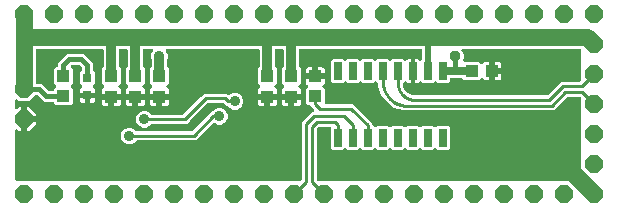
<source format=gbr>
G04 EAGLE Gerber RS-274X export*
G75*
%MOMM*%
%FSLAX34Y34*%
%LPD*%
%INBottom Copper*%
%IPPOS*%
%AMOC8*
5,1,8,0,0,1.08239X$1,22.5*%
G01*
%ADD10R,0.660400X1.524000*%
%ADD11P,1.632244X8X112.500000*%
%ADD12P,1.632244X8X22.500000*%
%ADD13P,1.632244X8X202.500000*%
%ADD14R,1.080000X1.050000*%
%ADD15R,1.100000X1.000000*%
%ADD16R,1.050000X1.080000*%
%ADD17R,0.800000X0.800000*%
%ADD18C,0.906400*%
%ADD19C,0.956400*%
%ADD20C,1.473200*%
%ADD21C,0.381000*%
%ADD22C,1.320800*%
%ADD23C,0.508000*%
%ADD24C,0.812800*%
%ADD25C,0.254000*%
%ADD26C,0.635000*%

G36*
X246498Y24146D02*
X246498Y24146D01*
X246617Y24153D01*
X246655Y24166D01*
X246696Y24171D01*
X246806Y24214D01*
X246919Y24251D01*
X246954Y24273D01*
X246991Y24288D01*
X247087Y24358D01*
X247188Y24421D01*
X247216Y24451D01*
X247249Y24474D01*
X247325Y24566D01*
X247406Y24653D01*
X247426Y24688D01*
X247451Y24719D01*
X247502Y24827D01*
X247560Y24931D01*
X247570Y24971D01*
X247587Y25007D01*
X247609Y25124D01*
X247639Y25239D01*
X247643Y25300D01*
X247647Y25320D01*
X247645Y25340D01*
X247649Y25400D01*
X247649Y73968D01*
X256232Y82551D01*
X256976Y82551D01*
X257113Y82568D01*
X257252Y82581D01*
X257271Y82588D01*
X257291Y82591D01*
X257420Y82642D01*
X257551Y82689D01*
X257568Y82700D01*
X257587Y82708D01*
X257700Y82789D01*
X257815Y82867D01*
X257828Y82883D01*
X257844Y82894D01*
X257933Y83002D01*
X258025Y83106D01*
X258034Y83124D01*
X258047Y83139D01*
X258106Y83265D01*
X258170Y83389D01*
X258174Y83409D01*
X258183Y83427D01*
X258209Y83563D01*
X258239Y83699D01*
X258239Y83720D01*
X258243Y83739D01*
X258234Y83878D01*
X258230Y84017D01*
X258224Y84037D01*
X258223Y84057D01*
X258180Y84189D01*
X258141Y84323D01*
X258131Y84340D01*
X258125Y84359D01*
X258051Y84477D01*
X257980Y84597D01*
X257961Y84618D01*
X257955Y84628D01*
X257940Y84642D01*
X257873Y84717D01*
X255024Y87567D01*
X254979Y87638D01*
X254949Y87666D01*
X254926Y87699D01*
X254834Y87775D01*
X254747Y87856D01*
X254712Y87876D01*
X254681Y87901D01*
X254573Y87952D01*
X254469Y88010D01*
X254429Y88020D01*
X254393Y88037D01*
X254276Y88059D01*
X254161Y88089D01*
X254101Y88093D01*
X254081Y88097D01*
X254060Y88095D01*
X254000Y88099D01*
X252528Y88099D01*
X251039Y89588D01*
X251039Y101692D01*
X252710Y103363D01*
X252787Y103463D01*
X252870Y103558D01*
X252885Y103588D01*
X252905Y103615D01*
X252955Y103730D01*
X253011Y103843D01*
X253018Y103876D01*
X253032Y103907D01*
X253051Y104031D01*
X253078Y104154D01*
X253076Y104187D01*
X253081Y104221D01*
X253070Y104346D01*
X253064Y104471D01*
X253055Y104504D01*
X253052Y104537D01*
X253009Y104656D01*
X252973Y104776D01*
X252955Y104805D01*
X252944Y104837D01*
X252873Y104940D01*
X252808Y105048D01*
X252784Y105072D01*
X252765Y105100D01*
X252671Y105183D01*
X252581Y105271D01*
X252541Y105298D01*
X252527Y105310D01*
X252508Y105320D01*
X252447Y105360D01*
X252020Y105607D01*
X251547Y106080D01*
X251212Y106659D01*
X251039Y107306D01*
X251039Y110141D01*
X257850Y110141D01*
X257968Y110156D01*
X258087Y110163D01*
X258125Y110175D01*
X258165Y110181D01*
X258276Y110224D01*
X258389Y110261D01*
X258423Y110283D01*
X258461Y110298D01*
X258557Y110367D01*
X258658Y110431D01*
X258686Y110461D01*
X258718Y110484D01*
X258794Y110576D01*
X258876Y110663D01*
X258895Y110698D01*
X258921Y110729D01*
X258972Y110837D01*
X259029Y110941D01*
X259039Y110981D01*
X259057Y111017D01*
X259077Y111124D01*
X259081Y111094D01*
X259125Y110984D01*
X259161Y110871D01*
X259183Y110836D01*
X259198Y110799D01*
X259268Y110702D01*
X259331Y110602D01*
X259361Y110574D01*
X259385Y110541D01*
X259476Y110465D01*
X259563Y110384D01*
X259598Y110364D01*
X259630Y110339D01*
X259737Y110288D01*
X259842Y110230D01*
X259881Y110220D01*
X259917Y110203D01*
X260034Y110181D01*
X260150Y110151D01*
X260210Y110147D01*
X260230Y110143D01*
X260250Y110145D01*
X260310Y110141D01*
X267121Y110141D01*
X267121Y107306D01*
X266948Y106659D01*
X266613Y106080D01*
X266140Y105607D01*
X265713Y105360D01*
X265612Y105284D01*
X265508Y105214D01*
X265486Y105188D01*
X265459Y105168D01*
X265381Y105069D01*
X265298Y104975D01*
X265283Y104945D01*
X265262Y104919D01*
X265210Y104804D01*
X265153Y104692D01*
X265146Y104659D01*
X265132Y104628D01*
X265111Y104504D01*
X265084Y104382D01*
X265085Y104348D01*
X265079Y104315D01*
X265090Y104189D01*
X265093Y104064D01*
X265103Y104031D01*
X265106Y103998D01*
X265147Y103879D01*
X265182Y103758D01*
X265199Y103729D01*
X265210Y103697D01*
X265280Y103592D01*
X265343Y103484D01*
X265376Y103448D01*
X265386Y103432D01*
X265402Y103418D01*
X265450Y103363D01*
X267121Y101692D01*
X267121Y90170D01*
X267136Y90052D01*
X267143Y89933D01*
X267156Y89895D01*
X267161Y89854D01*
X267204Y89744D01*
X267241Y89631D01*
X267263Y89596D01*
X267278Y89559D01*
X267347Y89463D01*
X267411Y89362D01*
X267441Y89334D01*
X267464Y89301D01*
X267556Y89225D01*
X267643Y89144D01*
X267678Y89124D01*
X267709Y89099D01*
X267817Y89048D01*
X267921Y88990D01*
X267961Y88980D01*
X267997Y88963D01*
X268114Y88941D01*
X268229Y88911D01*
X268289Y88907D01*
X268309Y88903D01*
X268330Y88905D01*
X268390Y88901D01*
X291138Y88901D01*
X293742Y86297D01*
X307341Y72698D01*
X307341Y71936D01*
X307353Y71838D01*
X307356Y71739D01*
X307373Y71681D01*
X307381Y71621D01*
X307417Y71529D01*
X307445Y71433D01*
X307475Y71381D01*
X307498Y71325D01*
X307556Y71245D01*
X307606Y71160D01*
X307672Y71084D01*
X307684Y71068D01*
X307694Y71060D01*
X307712Y71039D01*
X308983Y69769D01*
X309077Y69696D01*
X309166Y69617D01*
X309202Y69599D01*
X309234Y69574D01*
X309343Y69526D01*
X309449Y69472D01*
X309488Y69463D01*
X309526Y69447D01*
X309643Y69429D01*
X309759Y69403D01*
X309800Y69404D01*
X309840Y69398D01*
X309958Y69409D01*
X310077Y69412D01*
X310116Y69424D01*
X310156Y69427D01*
X310268Y69468D01*
X310383Y69501D01*
X310418Y69521D01*
X310456Y69535D01*
X310554Y69602D01*
X310657Y69662D01*
X310702Y69702D01*
X310719Y69714D01*
X310732Y69729D01*
X310778Y69769D01*
X311876Y70867D01*
X320584Y70867D01*
X321683Y69769D01*
X321777Y69696D01*
X321866Y69617D01*
X321902Y69599D01*
X321934Y69574D01*
X322043Y69526D01*
X322149Y69472D01*
X322188Y69463D01*
X322226Y69447D01*
X322343Y69429D01*
X322459Y69403D01*
X322500Y69404D01*
X322540Y69398D01*
X322658Y69409D01*
X322777Y69412D01*
X322816Y69424D01*
X322856Y69427D01*
X322968Y69468D01*
X323083Y69501D01*
X323118Y69521D01*
X323156Y69535D01*
X323254Y69602D01*
X323357Y69662D01*
X323402Y69702D01*
X323419Y69714D01*
X323432Y69729D01*
X323478Y69769D01*
X324576Y70867D01*
X333284Y70867D01*
X334383Y69769D01*
X334477Y69696D01*
X334566Y69617D01*
X334602Y69599D01*
X334634Y69574D01*
X334743Y69526D01*
X334849Y69472D01*
X334888Y69463D01*
X334926Y69447D01*
X335043Y69429D01*
X335159Y69403D01*
X335200Y69404D01*
X335240Y69398D01*
X335358Y69409D01*
X335477Y69412D01*
X335516Y69424D01*
X335556Y69427D01*
X335668Y69468D01*
X335783Y69501D01*
X335818Y69521D01*
X335856Y69535D01*
X335954Y69602D01*
X336057Y69662D01*
X336102Y69702D01*
X336119Y69714D01*
X336132Y69729D01*
X336178Y69769D01*
X337276Y70867D01*
X345984Y70867D01*
X347083Y69769D01*
X347177Y69696D01*
X347266Y69617D01*
X347302Y69599D01*
X347334Y69574D01*
X347443Y69526D01*
X347549Y69472D01*
X347588Y69463D01*
X347626Y69447D01*
X347743Y69429D01*
X347859Y69403D01*
X347900Y69404D01*
X347940Y69398D01*
X348058Y69409D01*
X348177Y69412D01*
X348216Y69424D01*
X348256Y69427D01*
X348368Y69468D01*
X348483Y69501D01*
X348518Y69521D01*
X348556Y69535D01*
X348654Y69602D01*
X348757Y69662D01*
X348802Y69702D01*
X348819Y69714D01*
X348832Y69729D01*
X348878Y69769D01*
X349976Y70867D01*
X358684Y70867D01*
X359783Y69769D01*
X359877Y69696D01*
X359966Y69617D01*
X360002Y69599D01*
X360034Y69574D01*
X360143Y69526D01*
X360249Y69472D01*
X360288Y69463D01*
X360326Y69447D01*
X360443Y69429D01*
X360559Y69403D01*
X360600Y69404D01*
X360640Y69398D01*
X360758Y69409D01*
X360877Y69412D01*
X360916Y69424D01*
X360956Y69427D01*
X361068Y69468D01*
X361183Y69501D01*
X361218Y69521D01*
X361256Y69535D01*
X361354Y69602D01*
X361457Y69662D01*
X361502Y69702D01*
X361519Y69714D01*
X361532Y69729D01*
X361578Y69769D01*
X362676Y70867D01*
X371384Y70867D01*
X372873Y69378D01*
X372873Y52034D01*
X371384Y50545D01*
X362676Y50545D01*
X361578Y51643D01*
X361483Y51716D01*
X361394Y51795D01*
X361358Y51814D01*
X361326Y51838D01*
X361217Y51886D01*
X361111Y51940D01*
X361072Y51949D01*
X361034Y51965D01*
X360917Y51983D01*
X360801Y52009D01*
X360760Y52008D01*
X360720Y52014D01*
X360602Y52003D01*
X360483Y52000D01*
X360444Y51988D01*
X360404Y51985D01*
X360291Y51944D01*
X360177Y51911D01*
X360143Y51891D01*
X360104Y51877D01*
X360006Y51810D01*
X359903Y51750D01*
X359858Y51710D01*
X359841Y51698D01*
X359828Y51683D01*
X359783Y51643D01*
X358684Y50545D01*
X349976Y50545D01*
X348878Y51643D01*
X348783Y51716D01*
X348694Y51795D01*
X348658Y51814D01*
X348626Y51838D01*
X348517Y51886D01*
X348411Y51940D01*
X348372Y51949D01*
X348334Y51965D01*
X348217Y51983D01*
X348101Y52009D01*
X348060Y52008D01*
X348020Y52014D01*
X347902Y52003D01*
X347783Y52000D01*
X347744Y51988D01*
X347704Y51985D01*
X347591Y51944D01*
X347477Y51911D01*
X347443Y51891D01*
X347404Y51877D01*
X347306Y51810D01*
X347203Y51750D01*
X347158Y51710D01*
X347141Y51698D01*
X347128Y51683D01*
X347083Y51643D01*
X345984Y50545D01*
X337276Y50545D01*
X336178Y51643D01*
X336083Y51716D01*
X335994Y51795D01*
X335958Y51814D01*
X335926Y51838D01*
X335817Y51886D01*
X335711Y51940D01*
X335672Y51949D01*
X335634Y51965D01*
X335517Y51983D01*
X335401Y52009D01*
X335360Y52008D01*
X335320Y52014D01*
X335202Y52003D01*
X335083Y52000D01*
X335044Y51988D01*
X335004Y51985D01*
X334891Y51944D01*
X334777Y51911D01*
X334743Y51891D01*
X334704Y51877D01*
X334606Y51810D01*
X334503Y51750D01*
X334458Y51710D01*
X334441Y51698D01*
X334428Y51683D01*
X334383Y51643D01*
X333284Y50545D01*
X324576Y50545D01*
X323478Y51643D01*
X323383Y51716D01*
X323294Y51795D01*
X323258Y51814D01*
X323226Y51838D01*
X323117Y51886D01*
X323011Y51940D01*
X322972Y51949D01*
X322934Y51965D01*
X322817Y51983D01*
X322701Y52009D01*
X322660Y52008D01*
X322620Y52014D01*
X322502Y52003D01*
X322383Y52000D01*
X322344Y51988D01*
X322304Y51985D01*
X322191Y51944D01*
X322077Y51911D01*
X322043Y51891D01*
X322004Y51877D01*
X321906Y51810D01*
X321803Y51750D01*
X321758Y51710D01*
X321741Y51698D01*
X321728Y51683D01*
X321683Y51643D01*
X320584Y50545D01*
X311876Y50545D01*
X310778Y51643D01*
X310683Y51716D01*
X310594Y51795D01*
X310558Y51814D01*
X310526Y51838D01*
X310417Y51886D01*
X310311Y51940D01*
X310272Y51949D01*
X310234Y51965D01*
X310117Y51983D01*
X310001Y52009D01*
X309960Y52008D01*
X309920Y52014D01*
X309802Y52003D01*
X309683Y52000D01*
X309644Y51988D01*
X309604Y51985D01*
X309491Y51944D01*
X309377Y51911D01*
X309343Y51891D01*
X309304Y51877D01*
X309206Y51810D01*
X309103Y51750D01*
X309058Y51710D01*
X309041Y51698D01*
X309028Y51683D01*
X308983Y51643D01*
X307884Y50545D01*
X299176Y50545D01*
X298078Y51643D01*
X297983Y51716D01*
X297894Y51795D01*
X297858Y51814D01*
X297826Y51838D01*
X297717Y51886D01*
X297611Y51940D01*
X297572Y51949D01*
X297534Y51965D01*
X297417Y51983D01*
X297301Y52009D01*
X297260Y52008D01*
X297220Y52014D01*
X297102Y52003D01*
X296983Y52000D01*
X296944Y51988D01*
X296904Y51985D01*
X296791Y51944D01*
X296677Y51911D01*
X296643Y51891D01*
X296604Y51877D01*
X296506Y51810D01*
X296403Y51750D01*
X296358Y51710D01*
X296341Y51698D01*
X296328Y51683D01*
X296283Y51643D01*
X295184Y50545D01*
X286476Y50545D01*
X285378Y51643D01*
X285283Y51716D01*
X285194Y51795D01*
X285158Y51814D01*
X285126Y51838D01*
X285017Y51886D01*
X284911Y51940D01*
X284872Y51949D01*
X284834Y51965D01*
X284717Y51983D01*
X284601Y52009D01*
X284560Y52008D01*
X284520Y52014D01*
X284402Y52003D01*
X284283Y52000D01*
X284244Y51988D01*
X284204Y51985D01*
X284091Y51944D01*
X283977Y51911D01*
X283943Y51891D01*
X283904Y51877D01*
X283806Y51810D01*
X283703Y51750D01*
X283658Y51710D01*
X283641Y51698D01*
X283628Y51683D01*
X283583Y51643D01*
X282484Y50545D01*
X273776Y50545D01*
X272287Y52034D01*
X272287Y68580D01*
X272272Y68698D01*
X272265Y68817D01*
X272252Y68855D01*
X272247Y68896D01*
X272204Y69006D01*
X272167Y69119D01*
X272145Y69154D01*
X272130Y69191D01*
X272061Y69287D01*
X271997Y69388D01*
X271967Y69416D01*
X271944Y69449D01*
X271852Y69525D01*
X271765Y69606D01*
X271730Y69626D01*
X271699Y69651D01*
X271591Y69702D01*
X271487Y69760D01*
X271447Y69770D01*
X271411Y69787D01*
X271294Y69809D01*
X271179Y69839D01*
X271119Y69843D01*
X271099Y69847D01*
X271078Y69845D01*
X271018Y69849D01*
X262454Y69849D01*
X262356Y69837D01*
X262257Y69834D01*
X262199Y69817D01*
X262139Y69809D01*
X262047Y69773D01*
X261951Y69745D01*
X261899Y69715D01*
X261843Y69692D01*
X261763Y69634D01*
X261678Y69584D01*
X261602Y69518D01*
X261586Y69506D01*
X261578Y69496D01*
X261557Y69478D01*
X260722Y68643D01*
X260662Y68565D01*
X260594Y68493D01*
X260565Y68440D01*
X260528Y68392D01*
X260488Y68301D01*
X260440Y68214D01*
X260425Y68156D01*
X260401Y68100D01*
X260386Y68002D01*
X260361Y67906D01*
X260355Y67806D01*
X260351Y67786D01*
X260353Y67774D01*
X260351Y67746D01*
X260351Y25400D01*
X260366Y25282D01*
X260373Y25163D01*
X260386Y25125D01*
X260391Y25084D01*
X260434Y24974D01*
X260471Y24861D01*
X260493Y24826D01*
X260508Y24789D01*
X260577Y24693D01*
X260641Y24592D01*
X260671Y24564D01*
X260694Y24531D01*
X260786Y24456D01*
X260873Y24374D01*
X260908Y24354D01*
X260939Y24329D01*
X261047Y24278D01*
X261151Y24220D01*
X261191Y24210D01*
X261227Y24193D01*
X261344Y24171D01*
X261459Y24141D01*
X261519Y24137D01*
X261539Y24133D01*
X261560Y24135D01*
X261620Y24131D01*
X482600Y24131D01*
X482718Y24146D01*
X482837Y24153D01*
X482875Y24166D01*
X482916Y24171D01*
X483026Y24214D01*
X483139Y24251D01*
X483174Y24273D01*
X483211Y24288D01*
X483307Y24358D01*
X483408Y24421D01*
X483436Y24451D01*
X483469Y24474D01*
X483545Y24566D01*
X483626Y24653D01*
X483646Y24688D01*
X483671Y24719D01*
X483722Y24827D01*
X483780Y24931D01*
X483790Y24971D01*
X483807Y25007D01*
X483829Y25124D01*
X483859Y25239D01*
X483863Y25300D01*
X483867Y25320D01*
X483865Y25340D01*
X483869Y25400D01*
X483869Y93980D01*
X483854Y94098D01*
X483847Y94217D01*
X483834Y94255D01*
X483829Y94296D01*
X483786Y94406D01*
X483749Y94519D01*
X483727Y94554D01*
X483712Y94591D01*
X483643Y94687D01*
X483579Y94788D01*
X483549Y94816D01*
X483526Y94849D01*
X483434Y94925D01*
X483347Y95006D01*
X483312Y95026D01*
X483281Y95051D01*
X483173Y95102D01*
X483069Y95160D01*
X483029Y95170D01*
X482993Y95187D01*
X482876Y95209D01*
X482761Y95239D01*
X482701Y95243D01*
X482681Y95247D01*
X482660Y95245D01*
X482600Y95249D01*
X472838Y95249D01*
X472740Y95237D01*
X472641Y95234D01*
X472583Y95217D01*
X472523Y95209D01*
X472431Y95173D01*
X472336Y95145D01*
X472284Y95115D01*
X472227Y95092D01*
X472147Y95034D01*
X472062Y94984D01*
X471986Y94918D01*
X471970Y94906D01*
X471962Y94896D01*
X471941Y94878D01*
X460883Y83819D01*
X332942Y83819D01*
X325596Y86206D01*
X319346Y90746D01*
X314806Y96996D01*
X312419Y104342D01*
X312419Y105864D01*
X312407Y105962D01*
X312404Y106061D01*
X312387Y106119D01*
X312379Y106179D01*
X312343Y106271D01*
X312315Y106367D01*
X312285Y106419D01*
X312262Y106475D01*
X312204Y106555D01*
X312154Y106640D01*
X312088Y106716D01*
X312076Y106732D01*
X312066Y106740D01*
X312048Y106761D01*
X310777Y108031D01*
X310683Y108104D01*
X310594Y108183D01*
X310558Y108201D01*
X310526Y108226D01*
X310417Y108274D01*
X310311Y108328D01*
X310272Y108337D01*
X310234Y108353D01*
X310117Y108371D01*
X310001Y108397D01*
X309960Y108396D01*
X309920Y108402D01*
X309802Y108391D01*
X309683Y108388D01*
X309644Y108376D01*
X309604Y108373D01*
X309492Y108332D01*
X309377Y108299D01*
X309342Y108279D01*
X309304Y108265D01*
X309206Y108198D01*
X309103Y108138D01*
X309058Y108098D01*
X309041Y108086D01*
X309028Y108071D01*
X308982Y108031D01*
X307884Y106933D01*
X299176Y106933D01*
X298077Y108031D01*
X297983Y108104D01*
X297894Y108183D01*
X297858Y108201D01*
X297826Y108226D01*
X297717Y108274D01*
X297611Y108328D01*
X297572Y108337D01*
X297534Y108353D01*
X297417Y108371D01*
X297301Y108397D01*
X297260Y108396D01*
X297220Y108402D01*
X297102Y108391D01*
X296983Y108388D01*
X296944Y108376D01*
X296904Y108373D01*
X296792Y108332D01*
X296677Y108299D01*
X296642Y108279D01*
X296604Y108265D01*
X296506Y108198D01*
X296403Y108138D01*
X296358Y108098D01*
X296341Y108086D01*
X296328Y108071D01*
X296282Y108031D01*
X295184Y106933D01*
X286476Y106933D01*
X285377Y108031D01*
X285283Y108104D01*
X285194Y108183D01*
X285158Y108201D01*
X285126Y108226D01*
X285017Y108274D01*
X284911Y108328D01*
X284872Y108337D01*
X284834Y108353D01*
X284717Y108371D01*
X284601Y108397D01*
X284560Y108396D01*
X284520Y108402D01*
X284402Y108391D01*
X284283Y108388D01*
X284244Y108376D01*
X284204Y108373D01*
X284092Y108332D01*
X283977Y108299D01*
X283942Y108279D01*
X283904Y108265D01*
X283806Y108198D01*
X283703Y108138D01*
X283658Y108098D01*
X283641Y108086D01*
X283628Y108071D01*
X283582Y108031D01*
X282484Y106933D01*
X273776Y106933D01*
X272287Y108422D01*
X272287Y125766D01*
X273776Y127255D01*
X282484Y127255D01*
X283582Y126157D01*
X283677Y126084D01*
X283766Y126005D01*
X283802Y125986D01*
X283834Y125962D01*
X283943Y125914D01*
X284049Y125860D01*
X284088Y125851D01*
X284126Y125835D01*
X284243Y125817D01*
X284359Y125791D01*
X284400Y125792D01*
X284440Y125786D01*
X284558Y125797D01*
X284677Y125800D01*
X284716Y125812D01*
X284756Y125815D01*
X284869Y125856D01*
X284983Y125889D01*
X285017Y125909D01*
X285056Y125923D01*
X285154Y125990D01*
X285257Y126050D01*
X285302Y126090D01*
X285319Y126102D01*
X285332Y126117D01*
X285377Y126157D01*
X286476Y127255D01*
X295184Y127255D01*
X296282Y126157D01*
X296377Y126084D01*
X296466Y126005D01*
X296502Y125986D01*
X296534Y125962D01*
X296643Y125914D01*
X296749Y125860D01*
X296788Y125851D01*
X296826Y125835D01*
X296943Y125817D01*
X297059Y125791D01*
X297100Y125792D01*
X297140Y125786D01*
X297258Y125797D01*
X297377Y125800D01*
X297416Y125812D01*
X297456Y125815D01*
X297569Y125856D01*
X297683Y125889D01*
X297717Y125909D01*
X297756Y125923D01*
X297854Y125990D01*
X297957Y126050D01*
X298002Y126090D01*
X298019Y126102D01*
X298032Y126117D01*
X298077Y126157D01*
X299176Y127255D01*
X307884Y127255D01*
X308982Y126157D01*
X309077Y126084D01*
X309166Y126005D01*
X309202Y125986D01*
X309234Y125962D01*
X309343Y125914D01*
X309449Y125860D01*
X309488Y125851D01*
X309526Y125835D01*
X309643Y125817D01*
X309759Y125791D01*
X309800Y125792D01*
X309840Y125786D01*
X309958Y125797D01*
X310077Y125800D01*
X310116Y125812D01*
X310156Y125815D01*
X310269Y125856D01*
X310383Y125889D01*
X310417Y125909D01*
X310456Y125923D01*
X310554Y125990D01*
X310657Y126050D01*
X310702Y126090D01*
X310719Y126102D01*
X310732Y126117D01*
X310777Y126157D01*
X311876Y127255D01*
X320584Y127255D01*
X321682Y126157D01*
X321777Y126084D01*
X321866Y126005D01*
X321902Y125986D01*
X321934Y125962D01*
X322043Y125914D01*
X322149Y125860D01*
X322188Y125851D01*
X322226Y125835D01*
X322343Y125817D01*
X322459Y125791D01*
X322500Y125792D01*
X322540Y125786D01*
X322658Y125797D01*
X322777Y125800D01*
X322816Y125812D01*
X322856Y125815D01*
X322969Y125856D01*
X323083Y125889D01*
X323117Y125909D01*
X323156Y125923D01*
X323254Y125990D01*
X323357Y126050D01*
X323402Y126090D01*
X323419Y126102D01*
X323432Y126117D01*
X323477Y126157D01*
X324576Y127255D01*
X333284Y127255D01*
X334383Y126157D01*
X334477Y126084D01*
X334566Y126005D01*
X334602Y125986D01*
X334634Y125962D01*
X334743Y125914D01*
X334849Y125860D01*
X334888Y125851D01*
X334926Y125835D01*
X335043Y125817D01*
X335159Y125791D01*
X335200Y125792D01*
X335240Y125785D01*
X335358Y125797D01*
X335477Y125800D01*
X335516Y125812D01*
X335556Y125815D01*
X335668Y125856D01*
X335783Y125889D01*
X335818Y125909D01*
X335856Y125923D01*
X335954Y125990D01*
X336057Y126050D01*
X336102Y126090D01*
X336119Y126101D01*
X336132Y126117D01*
X336178Y126157D01*
X336768Y126747D01*
X337347Y127082D01*
X337994Y127255D01*
X339980Y127255D01*
X339980Y117475D01*
X339995Y117357D01*
X340002Y117238D01*
X340014Y117200D01*
X340020Y117160D01*
X340042Y117104D01*
X340020Y116989D01*
X339990Y116873D01*
X339986Y116813D01*
X339982Y116793D01*
X339984Y116773D01*
X339980Y116713D01*
X339980Y106933D01*
X337994Y106933D01*
X337347Y107106D01*
X336768Y107441D01*
X336178Y108031D01*
X336084Y108104D01*
X335994Y108183D01*
X335958Y108202D01*
X335926Y108226D01*
X335817Y108274D01*
X335711Y108328D01*
X335672Y108337D01*
X335634Y108353D01*
X335517Y108371D01*
X335401Y108397D01*
X335360Y108396D01*
X335320Y108403D01*
X335202Y108391D01*
X335083Y108388D01*
X335044Y108376D01*
X335004Y108373D01*
X334892Y108332D01*
X334777Y108299D01*
X334742Y108279D01*
X334704Y108265D01*
X334606Y108198D01*
X334503Y108138D01*
X334458Y108098D01*
X334441Y108087D01*
X334428Y108071D01*
X334383Y108031D01*
X333208Y106857D01*
X333207Y106856D01*
X333206Y106855D01*
X333112Y106732D01*
X333013Y106606D01*
X333013Y106604D01*
X333012Y106603D01*
X332950Y106459D01*
X332887Y106314D01*
X332887Y106312D01*
X332886Y106311D01*
X332863Y106160D01*
X332837Y106000D01*
X332837Y105998D01*
X332837Y105996D01*
X332843Y105835D01*
X332923Y105026D01*
X332946Y104922D01*
X332961Y104817D01*
X332988Y104737D01*
X332993Y104716D01*
X333000Y104702D01*
X333013Y104664D01*
X334378Y101368D01*
X334383Y101360D01*
X334386Y101351D01*
X334462Y101221D01*
X334536Y101092D01*
X334542Y101085D01*
X334547Y101077D01*
X334654Y100956D01*
X337176Y98434D01*
X337184Y98428D01*
X337190Y98421D01*
X337309Y98331D01*
X337428Y98239D01*
X337436Y98235D01*
X337444Y98229D01*
X337588Y98158D01*
X340884Y96793D01*
X340987Y96765D01*
X341087Y96728D01*
X341170Y96715D01*
X341191Y96709D01*
X341207Y96709D01*
X341246Y96703D01*
X343030Y96527D01*
X343049Y96527D01*
X343154Y96521D01*
X455096Y96521D01*
X455194Y96533D01*
X455293Y96536D01*
X455351Y96553D01*
X455411Y96561D01*
X455503Y96597D01*
X455599Y96625D01*
X455651Y96655D01*
X455707Y96678D01*
X455787Y96736D01*
X455872Y96786D01*
X455948Y96852D01*
X455964Y96864D01*
X455972Y96874D01*
X455993Y96892D01*
X467052Y107951D01*
X482600Y107951D01*
X482718Y107966D01*
X482837Y107973D01*
X482875Y107986D01*
X482916Y107991D01*
X483026Y108034D01*
X483139Y108071D01*
X483174Y108093D01*
X483211Y108108D01*
X483307Y108177D01*
X483408Y108241D01*
X483436Y108271D01*
X483469Y108294D01*
X483545Y108386D01*
X483626Y108473D01*
X483646Y108508D01*
X483671Y108539D01*
X483722Y108647D01*
X483780Y108751D01*
X483790Y108791D01*
X483807Y108827D01*
X483829Y108944D01*
X483859Y109059D01*
X483863Y109119D01*
X483867Y109139D01*
X483865Y109160D01*
X483869Y109220D01*
X483869Y134874D01*
X483854Y134992D01*
X483847Y135111D01*
X483834Y135149D01*
X483829Y135190D01*
X483786Y135300D01*
X483749Y135413D01*
X483727Y135448D01*
X483712Y135485D01*
X483643Y135581D01*
X483579Y135682D01*
X483549Y135710D01*
X483526Y135743D01*
X483434Y135819D01*
X483347Y135900D01*
X483312Y135920D01*
X483281Y135945D01*
X483173Y135996D01*
X483069Y136054D01*
X483029Y136064D01*
X482993Y136081D01*
X482876Y136103D01*
X482761Y136133D01*
X482701Y136137D01*
X482681Y136141D01*
X482660Y136139D01*
X482600Y136143D01*
X384007Y136143D01*
X383869Y136126D01*
X383730Y136113D01*
X383711Y136106D01*
X383691Y136103D01*
X383562Y136052D01*
X383431Y136005D01*
X383414Y135994D01*
X383396Y135986D01*
X383283Y135905D01*
X383168Y135827D01*
X383155Y135811D01*
X383138Y135800D01*
X383050Y135693D01*
X382958Y135588D01*
X382948Y135570D01*
X382935Y135555D01*
X382876Y135429D01*
X382813Y135305D01*
X382809Y135285D01*
X382800Y135267D01*
X382774Y135131D01*
X382743Y134995D01*
X382744Y134974D01*
X382740Y134955D01*
X382749Y134816D01*
X382753Y134677D01*
X382759Y134657D01*
X382760Y134637D01*
X382803Y134505D01*
X382841Y134371D01*
X382852Y134354D01*
X382858Y134335D01*
X382932Y134217D01*
X383003Y134097D01*
X383022Y134076D01*
X383028Y134066D01*
X383043Y134052D01*
X383109Y133976D01*
X383398Y133688D01*
X384513Y130997D01*
X384513Y128083D01*
X383977Y126790D01*
X383964Y126742D01*
X383943Y126697D01*
X383922Y126589D01*
X383893Y126483D01*
X383892Y126433D01*
X383883Y126384D01*
X383890Y126275D01*
X383888Y126165D01*
X383899Y126117D01*
X383903Y126067D01*
X383936Y125963D01*
X383962Y125856D01*
X383985Y125812D01*
X384001Y125765D01*
X384059Y125672D01*
X384111Y125575D01*
X384144Y125538D01*
X384171Y125496D01*
X384251Y125421D01*
X384325Y125339D01*
X384366Y125312D01*
X384402Y125278D01*
X384499Y125225D01*
X384590Y125165D01*
X384637Y125148D01*
X384681Y125124D01*
X384787Y125097D01*
X384891Y125061D01*
X384941Y125057D01*
X384989Y125045D01*
X385149Y125035D01*
X397602Y125035D01*
X399273Y123364D01*
X399373Y123287D01*
X399468Y123204D01*
X399498Y123189D01*
X399525Y123169D01*
X399640Y123119D01*
X399753Y123063D01*
X399786Y123056D01*
X399817Y123042D01*
X399941Y123023D01*
X400064Y122996D01*
X400097Y122998D01*
X400131Y122993D01*
X400256Y123004D01*
X400381Y123010D01*
X400414Y123019D01*
X400447Y123022D01*
X400566Y123065D01*
X400686Y123101D01*
X400715Y123119D01*
X400747Y123130D01*
X400850Y123201D01*
X400958Y123266D01*
X400982Y123290D01*
X401010Y123309D01*
X401093Y123403D01*
X401181Y123493D01*
X401208Y123533D01*
X401220Y123547D01*
X401230Y123566D01*
X401270Y123627D01*
X401517Y124054D01*
X401990Y124527D01*
X402569Y124862D01*
X403216Y125035D01*
X406261Y125035D01*
X406261Y118364D01*
X406276Y118246D01*
X406283Y118127D01*
X406296Y118089D01*
X406301Y118049D01*
X406344Y117938D01*
X406381Y117825D01*
X406403Y117790D01*
X406418Y117753D01*
X406488Y117657D01*
X406551Y117556D01*
X406581Y117528D01*
X406605Y117496D01*
X406696Y117420D01*
X406783Y117338D01*
X406818Y117319D01*
X406849Y117293D01*
X406957Y117242D01*
X407061Y117185D01*
X407101Y117174D01*
X407137Y117157D01*
X407254Y117135D01*
X407369Y117105D01*
X407430Y117101D01*
X407450Y117097D01*
X407470Y117099D01*
X407530Y117095D01*
X408801Y117095D01*
X408801Y117093D01*
X407530Y117093D01*
X407412Y117078D01*
X407293Y117071D01*
X407255Y117058D01*
X407215Y117053D01*
X407104Y117009D01*
X406991Y116973D01*
X406956Y116951D01*
X406919Y116936D01*
X406823Y116866D01*
X406722Y116803D01*
X406694Y116773D01*
X406661Y116749D01*
X406586Y116658D01*
X406504Y116571D01*
X406484Y116536D01*
X406459Y116504D01*
X406408Y116397D01*
X406350Y116293D01*
X406340Y116253D01*
X406323Y116217D01*
X406301Y116100D01*
X406271Y115985D01*
X406267Y115924D01*
X406263Y115904D01*
X406265Y115884D01*
X406261Y115824D01*
X406261Y109153D01*
X403216Y109153D01*
X402569Y109326D01*
X401990Y109661D01*
X401517Y110134D01*
X401270Y110561D01*
X401194Y110662D01*
X401124Y110766D01*
X401098Y110788D01*
X401078Y110815D01*
X400979Y110893D01*
X400885Y110976D01*
X400855Y110991D01*
X400829Y111012D01*
X400714Y111064D01*
X400602Y111121D01*
X400569Y111128D01*
X400538Y111142D01*
X400414Y111163D01*
X400292Y111190D01*
X400258Y111189D01*
X400225Y111195D01*
X400099Y111184D01*
X399974Y111181D01*
X399941Y111171D01*
X399908Y111168D01*
X399789Y111127D01*
X399668Y111092D01*
X399639Y111075D01*
X399607Y111064D01*
X399502Y110994D01*
X399394Y110931D01*
X399358Y110898D01*
X399342Y110888D01*
X399328Y110872D01*
X399273Y110824D01*
X397602Y109153D01*
X384998Y109153D01*
X383144Y111007D01*
X383066Y111067D01*
X382994Y111135D01*
X382941Y111164D01*
X382893Y111201D01*
X382802Y111241D01*
X382715Y111289D01*
X382657Y111304D01*
X382601Y111328D01*
X382503Y111343D01*
X382408Y111368D01*
X382308Y111374D01*
X382287Y111378D01*
X382275Y111376D01*
X382247Y111378D01*
X374142Y111378D01*
X374024Y111363D01*
X373905Y111356D01*
X373867Y111343D01*
X373826Y111338D01*
X373716Y111295D01*
X373603Y111258D01*
X373568Y111236D01*
X373531Y111221D01*
X373435Y111152D01*
X373334Y111088D01*
X373306Y111058D01*
X373273Y111035D01*
X373197Y110943D01*
X373116Y110856D01*
X373096Y110821D01*
X373071Y110790D01*
X373020Y110682D01*
X372962Y110578D01*
X372952Y110538D01*
X372935Y110502D01*
X372913Y110385D01*
X372883Y110270D01*
X372879Y110210D01*
X372875Y110190D01*
X372877Y110169D01*
X372873Y110109D01*
X372873Y108422D01*
X371384Y106933D01*
X362676Y106933D01*
X361577Y108031D01*
X361483Y108104D01*
X361394Y108183D01*
X361358Y108201D01*
X361326Y108226D01*
X361217Y108274D01*
X361111Y108328D01*
X361072Y108337D01*
X361034Y108353D01*
X360917Y108371D01*
X360801Y108397D01*
X360760Y108396D01*
X360720Y108402D01*
X360602Y108391D01*
X360483Y108388D01*
X360444Y108376D01*
X360404Y108373D01*
X360292Y108332D01*
X360177Y108299D01*
X360142Y108279D01*
X360104Y108265D01*
X360006Y108198D01*
X359903Y108138D01*
X359858Y108098D01*
X359841Y108086D01*
X359828Y108071D01*
X359782Y108031D01*
X358684Y106933D01*
X349976Y106933D01*
X348877Y108031D01*
X348783Y108104D01*
X348694Y108183D01*
X348658Y108202D01*
X348626Y108226D01*
X348517Y108274D01*
X348411Y108328D01*
X348372Y108337D01*
X348334Y108353D01*
X348217Y108371D01*
X348101Y108397D01*
X348060Y108396D01*
X348020Y108403D01*
X347902Y108391D01*
X347783Y108388D01*
X347744Y108376D01*
X347704Y108373D01*
X347592Y108332D01*
X347477Y108299D01*
X347442Y108279D01*
X347404Y108265D01*
X347306Y108198D01*
X347203Y108138D01*
X347158Y108098D01*
X347141Y108087D01*
X347128Y108071D01*
X347082Y108031D01*
X346492Y107441D01*
X345913Y107106D01*
X345266Y106933D01*
X343280Y106933D01*
X343280Y116713D01*
X343265Y116831D01*
X343258Y116950D01*
X343245Y116988D01*
X343240Y117028D01*
X343218Y117084D01*
X343240Y117199D01*
X343270Y117315D01*
X343274Y117375D01*
X343278Y117395D01*
X343276Y117415D01*
X343280Y117475D01*
X343280Y127255D01*
X345266Y127255D01*
X345913Y127082D01*
X346492Y126747D01*
X347082Y126157D01*
X347176Y126084D01*
X347266Y126005D01*
X347284Y125996D01*
X347299Y125983D01*
X347318Y125974D01*
X347334Y125962D01*
X347443Y125914D01*
X347549Y125860D01*
X347569Y125856D01*
X347587Y125847D01*
X347607Y125843D01*
X347626Y125835D01*
X347743Y125817D01*
X347859Y125791D01*
X347880Y125791D01*
X347900Y125787D01*
X347919Y125789D01*
X347940Y125785D01*
X348058Y125797D01*
X348177Y125800D01*
X348197Y125806D01*
X348217Y125807D01*
X348236Y125813D01*
X348256Y125815D01*
X348368Y125856D01*
X348483Y125889D01*
X348500Y125899D01*
X348519Y125905D01*
X348537Y125916D01*
X348556Y125923D01*
X348654Y125990D01*
X348757Y126050D01*
X348778Y126069D01*
X348788Y126075D01*
X348802Y126090D01*
X348819Y126101D01*
X348832Y126117D01*
X348877Y126157D01*
X348878Y126157D01*
X348938Y126235D01*
X349006Y126307D01*
X349016Y126325D01*
X349029Y126340D01*
X349048Y126376D01*
X349072Y126408D01*
X349112Y126499D01*
X349160Y126586D01*
X349165Y126605D01*
X349174Y126623D01*
X349183Y126663D01*
X349199Y126700D01*
X349214Y126798D01*
X349239Y126893D01*
X349241Y126922D01*
X349243Y126933D01*
X349243Y126954D01*
X349245Y126993D01*
X349249Y127014D01*
X349247Y127026D01*
X349249Y127054D01*
X349249Y134874D01*
X349234Y134992D01*
X349227Y135111D01*
X349214Y135149D01*
X349209Y135190D01*
X349166Y135300D01*
X349129Y135413D01*
X349107Y135448D01*
X349092Y135485D01*
X349023Y135581D01*
X348959Y135682D01*
X348929Y135710D01*
X348906Y135743D01*
X348814Y135819D01*
X348727Y135900D01*
X348692Y135920D01*
X348661Y135945D01*
X348553Y135996D01*
X348449Y136054D01*
X348409Y136064D01*
X348373Y136081D01*
X348256Y136103D01*
X348141Y136133D01*
X348081Y136137D01*
X348061Y136141D01*
X348040Y136139D01*
X347980Y136143D01*
X246634Y136143D01*
X246516Y136128D01*
X246397Y136121D01*
X246359Y136108D01*
X246318Y136103D01*
X246208Y136060D01*
X246095Y136023D01*
X246060Y136001D01*
X246023Y135986D01*
X245927Y135917D01*
X245826Y135853D01*
X245798Y135823D01*
X245765Y135800D01*
X245689Y135708D01*
X245608Y135621D01*
X245588Y135586D01*
X245563Y135555D01*
X245512Y135447D01*
X245454Y135343D01*
X245444Y135303D01*
X245427Y135267D01*
X245405Y135150D01*
X245375Y135035D01*
X245371Y134975D01*
X245367Y134955D01*
X245369Y134934D01*
X245365Y134874D01*
X245365Y121054D01*
X245377Y120956D01*
X245380Y120857D01*
X245397Y120799D01*
X245405Y120739D01*
X245441Y120647D01*
X245469Y120551D01*
X245499Y120499D01*
X245522Y120443D01*
X245580Y120363D01*
X245630Y120278D01*
X245696Y120202D01*
X245708Y120186D01*
X245718Y120178D01*
X245736Y120157D01*
X246701Y119192D01*
X246701Y106588D01*
X245030Y104917D01*
X244953Y104817D01*
X244870Y104722D01*
X244855Y104692D01*
X244835Y104665D01*
X244785Y104550D01*
X244729Y104437D01*
X244722Y104404D01*
X244708Y104373D01*
X244689Y104249D01*
X244662Y104126D01*
X244664Y104093D01*
X244659Y104059D01*
X244670Y103934D01*
X244676Y103809D01*
X244685Y103776D01*
X244688Y103743D01*
X244731Y103624D01*
X244767Y103504D01*
X244785Y103475D01*
X244796Y103443D01*
X244867Y103340D01*
X244932Y103232D01*
X244956Y103208D01*
X244975Y103180D01*
X245069Y103097D01*
X245159Y103009D01*
X245199Y102982D01*
X245213Y102970D01*
X245232Y102960D01*
X245293Y102920D01*
X245720Y102673D01*
X246193Y102200D01*
X246528Y101621D01*
X246701Y100974D01*
X246701Y97929D01*
X240030Y97929D01*
X239912Y97914D01*
X239793Y97907D01*
X239755Y97894D01*
X239715Y97889D01*
X239604Y97845D01*
X239491Y97809D01*
X239456Y97787D01*
X239419Y97772D01*
X239323Y97702D01*
X239222Y97639D01*
X239194Y97609D01*
X239162Y97585D01*
X239086Y97494D01*
X239004Y97407D01*
X238985Y97372D01*
X238959Y97340D01*
X238908Y97233D01*
X238851Y97129D01*
X238840Y97089D01*
X238823Y97053D01*
X238801Y96936D01*
X238771Y96821D01*
X238767Y96760D01*
X238763Y96740D01*
X238765Y96720D01*
X238761Y96660D01*
X238761Y95389D01*
X238759Y95389D01*
X238759Y96660D01*
X238744Y96778D01*
X238737Y96897D01*
X238724Y96935D01*
X238719Y96975D01*
X238675Y97086D01*
X238639Y97199D01*
X238617Y97234D01*
X238602Y97271D01*
X238532Y97367D01*
X238469Y97468D01*
X238439Y97496D01*
X238415Y97528D01*
X238324Y97604D01*
X238237Y97686D01*
X238202Y97705D01*
X238170Y97731D01*
X238063Y97782D01*
X237959Y97839D01*
X237919Y97850D01*
X237883Y97867D01*
X237766Y97889D01*
X237651Y97919D01*
X237590Y97923D01*
X237570Y97927D01*
X237550Y97925D01*
X237490Y97929D01*
X230819Y97929D01*
X230819Y100974D01*
X230992Y101621D01*
X231327Y102200D01*
X231800Y102673D01*
X232227Y102920D01*
X232328Y102996D01*
X232432Y103066D01*
X232454Y103092D01*
X232481Y103112D01*
X232559Y103211D01*
X232642Y103305D01*
X232657Y103335D01*
X232678Y103361D01*
X232730Y103476D01*
X232787Y103588D01*
X232794Y103621D01*
X232808Y103652D01*
X232829Y103776D01*
X232856Y103898D01*
X232855Y103932D01*
X232861Y103965D01*
X232850Y104091D01*
X232847Y104216D01*
X232837Y104249D01*
X232834Y104282D01*
X232793Y104401D01*
X232758Y104522D01*
X232741Y104551D01*
X232730Y104583D01*
X232660Y104688D01*
X232597Y104796D01*
X232564Y104832D01*
X232554Y104848D01*
X232538Y104862D01*
X232490Y104917D01*
X230819Y106588D01*
X230819Y119192D01*
X231784Y120157D01*
X231844Y120235D01*
X231912Y120307D01*
X231941Y120360D01*
X231978Y120408D01*
X232018Y120499D01*
X232066Y120586D01*
X232081Y120644D01*
X232105Y120700D01*
X232120Y120798D01*
X232145Y120893D01*
X232151Y120994D01*
X232155Y121014D01*
X232153Y121026D01*
X232155Y121054D01*
X232155Y134874D01*
X232140Y134992D01*
X232133Y135111D01*
X232120Y135149D01*
X232115Y135190D01*
X232072Y135300D01*
X232035Y135413D01*
X232013Y135448D01*
X231998Y135485D01*
X231929Y135581D01*
X231865Y135682D01*
X231835Y135710D01*
X231812Y135743D01*
X231720Y135819D01*
X231633Y135900D01*
X231598Y135920D01*
X231567Y135945D01*
X231459Y135996D01*
X231355Y136054D01*
X231315Y136064D01*
X231279Y136081D01*
X231162Y136103D01*
X231047Y136133D01*
X230987Y136137D01*
X230967Y136141D01*
X230946Y136139D01*
X230886Y136143D01*
X226314Y136143D01*
X226196Y136128D01*
X226077Y136121D01*
X226039Y136108D01*
X225998Y136103D01*
X225888Y136060D01*
X225775Y136023D01*
X225740Y136001D01*
X225703Y135986D01*
X225607Y135917D01*
X225506Y135853D01*
X225478Y135823D01*
X225445Y135800D01*
X225369Y135708D01*
X225288Y135621D01*
X225268Y135586D01*
X225243Y135555D01*
X225192Y135447D01*
X225134Y135343D01*
X225124Y135303D01*
X225107Y135267D01*
X225085Y135150D01*
X225055Y135035D01*
X225051Y134975D01*
X225047Y134955D01*
X225049Y134934D01*
X225045Y134874D01*
X225045Y121054D01*
X225057Y120956D01*
X225060Y120857D01*
X225077Y120799D01*
X225085Y120739D01*
X225121Y120647D01*
X225149Y120551D01*
X225179Y120499D01*
X225202Y120443D01*
X225260Y120363D01*
X225310Y120277D01*
X225376Y120202D01*
X225388Y120186D01*
X225398Y120178D01*
X225416Y120157D01*
X226381Y119192D01*
X226381Y106588D01*
X224710Y104917D01*
X224633Y104817D01*
X224550Y104722D01*
X224535Y104692D01*
X224515Y104665D01*
X224465Y104550D01*
X224409Y104437D01*
X224402Y104404D01*
X224388Y104373D01*
X224369Y104249D01*
X224342Y104126D01*
X224344Y104093D01*
X224339Y104059D01*
X224350Y103934D01*
X224356Y103809D01*
X224365Y103776D01*
X224368Y103743D01*
X224411Y103624D01*
X224447Y103504D01*
X224465Y103475D01*
X224476Y103443D01*
X224547Y103340D01*
X224612Y103232D01*
X224636Y103208D01*
X224655Y103180D01*
X224749Y103097D01*
X224839Y103009D01*
X224879Y102982D01*
X224893Y102970D01*
X224912Y102960D01*
X224973Y102920D01*
X225400Y102673D01*
X225873Y102200D01*
X226208Y101621D01*
X226381Y100974D01*
X226381Y97929D01*
X219710Y97929D01*
X219592Y97914D01*
X219473Y97907D01*
X219435Y97894D01*
X219395Y97889D01*
X219284Y97845D01*
X219171Y97809D01*
X219136Y97787D01*
X219099Y97772D01*
X219003Y97702D01*
X218902Y97639D01*
X218874Y97609D01*
X218842Y97585D01*
X218766Y97494D01*
X218684Y97407D01*
X218665Y97372D01*
X218639Y97340D01*
X218588Y97233D01*
X218531Y97129D01*
X218520Y97089D01*
X218503Y97053D01*
X218481Y96936D01*
X218451Y96821D01*
X218447Y96760D01*
X218443Y96740D01*
X218445Y96720D01*
X218441Y96660D01*
X218441Y95389D01*
X218439Y95389D01*
X218439Y96660D01*
X218424Y96778D01*
X218417Y96897D01*
X218404Y96935D01*
X218399Y96975D01*
X218355Y97086D01*
X218319Y97199D01*
X218297Y97234D01*
X218282Y97271D01*
X218212Y97367D01*
X218149Y97468D01*
X218119Y97496D01*
X218095Y97528D01*
X218004Y97604D01*
X217917Y97686D01*
X217882Y97705D01*
X217850Y97731D01*
X217743Y97782D01*
X217639Y97839D01*
X217599Y97850D01*
X217563Y97867D01*
X217446Y97889D01*
X217331Y97919D01*
X217270Y97923D01*
X217250Y97927D01*
X217230Y97925D01*
X217170Y97929D01*
X210499Y97929D01*
X210499Y100974D01*
X210672Y101621D01*
X211007Y102200D01*
X211480Y102673D01*
X211907Y102920D01*
X212008Y102996D01*
X212112Y103066D01*
X212134Y103092D01*
X212161Y103112D01*
X212239Y103211D01*
X212322Y103305D01*
X212337Y103335D01*
X212358Y103361D01*
X212410Y103476D01*
X212467Y103588D01*
X212474Y103621D01*
X212488Y103652D01*
X212509Y103776D01*
X212536Y103898D01*
X212535Y103932D01*
X212541Y103965D01*
X212530Y104091D01*
X212527Y104216D01*
X212517Y104249D01*
X212514Y104282D01*
X212473Y104401D01*
X212438Y104522D01*
X212421Y104551D01*
X212410Y104583D01*
X212340Y104688D01*
X212277Y104796D01*
X212244Y104832D01*
X212234Y104848D01*
X212218Y104862D01*
X212170Y104917D01*
X210499Y106588D01*
X210499Y119192D01*
X211464Y120157D01*
X211524Y120235D01*
X211592Y120307D01*
X211621Y120360D01*
X211658Y120408D01*
X211698Y120499D01*
X211746Y120586D01*
X211761Y120644D01*
X211785Y120700D01*
X211800Y120798D01*
X211825Y120893D01*
X211831Y120993D01*
X211835Y121014D01*
X211833Y121026D01*
X211835Y121054D01*
X211835Y134874D01*
X211820Y134992D01*
X211813Y135111D01*
X211800Y135149D01*
X211795Y135190D01*
X211752Y135300D01*
X211715Y135413D01*
X211693Y135448D01*
X211678Y135485D01*
X211609Y135581D01*
X211545Y135682D01*
X211515Y135710D01*
X211492Y135743D01*
X211400Y135819D01*
X211313Y135900D01*
X211278Y135920D01*
X211247Y135945D01*
X211139Y135996D01*
X211035Y136054D01*
X210995Y136064D01*
X210959Y136081D01*
X210842Y136103D01*
X210727Y136133D01*
X210667Y136137D01*
X210647Y136141D01*
X210626Y136139D01*
X210566Y136143D01*
X133463Y136143D01*
X133325Y136126D01*
X133187Y136113D01*
X133168Y136106D01*
X133148Y136103D01*
X133018Y136052D01*
X132888Y136005D01*
X132871Y135994D01*
X132852Y135986D01*
X132740Y135905D01*
X132625Y135827D01*
X132611Y135811D01*
X132595Y135800D01*
X132506Y135692D01*
X132414Y135588D01*
X132405Y135570D01*
X132392Y135555D01*
X132333Y135429D01*
X132269Y135305D01*
X132265Y135285D01*
X132256Y135267D01*
X132230Y135131D01*
X132200Y134995D01*
X132200Y134974D01*
X132197Y134955D01*
X132205Y134816D01*
X132209Y134677D01*
X132215Y134657D01*
X132216Y134637D01*
X132259Y134505D01*
X132298Y134371D01*
X132308Y134354D01*
X132314Y134335D01*
X132389Y134217D01*
X132459Y134097D01*
X132478Y134076D01*
X132485Y134066D01*
X132499Y134052D01*
X132566Y133976D01*
X132996Y133546D01*
X134073Y130947D01*
X134073Y128133D01*
X133701Y127237D01*
X133699Y127228D01*
X133694Y127219D01*
X133657Y127074D01*
X133617Y126930D01*
X133617Y126921D01*
X133615Y126912D01*
X133605Y126751D01*
X133605Y121054D01*
X133617Y120956D01*
X133620Y120857D01*
X133637Y120799D01*
X133645Y120739D01*
X133681Y120647D01*
X133709Y120551D01*
X133739Y120499D01*
X133762Y120443D01*
X133820Y120363D01*
X133870Y120277D01*
X133936Y120202D01*
X133948Y120186D01*
X133958Y120178D01*
X133976Y120157D01*
X134941Y119192D01*
X134941Y106588D01*
X133270Y104917D01*
X133193Y104817D01*
X133110Y104722D01*
X133095Y104692D01*
X133075Y104665D01*
X133025Y104550D01*
X132969Y104437D01*
X132962Y104404D01*
X132948Y104373D01*
X132929Y104249D01*
X132902Y104126D01*
X132904Y104093D01*
X132899Y104059D01*
X132910Y103934D01*
X132916Y103809D01*
X132925Y103776D01*
X132928Y103743D01*
X132971Y103624D01*
X133007Y103504D01*
X133025Y103475D01*
X133036Y103443D01*
X133107Y103340D01*
X133172Y103232D01*
X133196Y103208D01*
X133215Y103180D01*
X133309Y103097D01*
X133399Y103009D01*
X133439Y102982D01*
X133453Y102970D01*
X133472Y102960D01*
X133533Y102920D01*
X133960Y102673D01*
X134433Y102200D01*
X134768Y101621D01*
X134941Y100974D01*
X134941Y97929D01*
X128270Y97929D01*
X128152Y97914D01*
X128033Y97907D01*
X127995Y97894D01*
X127955Y97889D01*
X127844Y97845D01*
X127731Y97809D01*
X127696Y97787D01*
X127659Y97772D01*
X127563Y97702D01*
X127462Y97639D01*
X127434Y97609D01*
X127402Y97585D01*
X127326Y97494D01*
X127244Y97407D01*
X127225Y97372D01*
X127199Y97340D01*
X127148Y97233D01*
X127091Y97129D01*
X127080Y97089D01*
X127063Y97053D01*
X127041Y96936D01*
X127011Y96821D01*
X127007Y96760D01*
X127003Y96740D01*
X127005Y96720D01*
X127001Y96660D01*
X127001Y95389D01*
X126999Y95389D01*
X126999Y96660D01*
X126984Y96778D01*
X126977Y96897D01*
X126964Y96935D01*
X126959Y96975D01*
X126915Y97086D01*
X126879Y97199D01*
X126857Y97234D01*
X126842Y97271D01*
X126772Y97367D01*
X126709Y97468D01*
X126679Y97496D01*
X126655Y97528D01*
X126564Y97604D01*
X126477Y97686D01*
X126442Y97705D01*
X126410Y97731D01*
X126303Y97782D01*
X126199Y97839D01*
X126159Y97850D01*
X126123Y97867D01*
X126006Y97889D01*
X125891Y97919D01*
X125830Y97923D01*
X125810Y97927D01*
X125790Y97925D01*
X125730Y97929D01*
X119059Y97929D01*
X119059Y100974D01*
X119232Y101621D01*
X119567Y102200D01*
X120040Y102673D01*
X120467Y102920D01*
X120568Y102996D01*
X120672Y103066D01*
X120694Y103092D01*
X120721Y103112D01*
X120799Y103211D01*
X120882Y103305D01*
X120897Y103335D01*
X120918Y103361D01*
X120970Y103476D01*
X121027Y103588D01*
X121034Y103621D01*
X121048Y103652D01*
X121069Y103776D01*
X121096Y103898D01*
X121095Y103932D01*
X121101Y103965D01*
X121090Y104091D01*
X121087Y104216D01*
X121077Y104249D01*
X121074Y104282D01*
X121033Y104401D01*
X120998Y104522D01*
X120981Y104551D01*
X120970Y104583D01*
X120900Y104688D01*
X120837Y104796D01*
X120804Y104832D01*
X120794Y104848D01*
X120778Y104862D01*
X120730Y104917D01*
X119059Y106588D01*
X119059Y119192D01*
X120024Y120157D01*
X120084Y120235D01*
X120152Y120307D01*
X120181Y120360D01*
X120218Y120408D01*
X120258Y120499D01*
X120306Y120586D01*
X120321Y120644D01*
X120345Y120700D01*
X120360Y120798D01*
X120385Y120893D01*
X120391Y120993D01*
X120395Y121014D01*
X120393Y121026D01*
X120395Y121054D01*
X120395Y126751D01*
X120394Y126760D01*
X120395Y126769D01*
X120374Y126918D01*
X120355Y127066D01*
X120352Y127075D01*
X120351Y127084D01*
X120299Y127237D01*
X119927Y128133D01*
X119927Y130947D01*
X121004Y133546D01*
X121434Y133976D01*
X121519Y134086D01*
X121608Y134193D01*
X121617Y134212D01*
X121629Y134228D01*
X121685Y134356D01*
X121744Y134481D01*
X121747Y134501D01*
X121755Y134520D01*
X121777Y134658D01*
X121803Y134794D01*
X121802Y134814D01*
X121805Y134834D01*
X121792Y134973D01*
X121784Y135111D01*
X121777Y135130D01*
X121776Y135150D01*
X121728Y135281D01*
X121686Y135413D01*
X121675Y135431D01*
X121668Y135450D01*
X121590Y135564D01*
X121515Y135682D01*
X121501Y135696D01*
X121489Y135713D01*
X121385Y135805D01*
X121284Y135900D01*
X121266Y135910D01*
X121251Y135923D01*
X121127Y135986D01*
X121005Y136054D01*
X120986Y136059D01*
X120968Y136068D01*
X120832Y136098D01*
X120697Y136133D01*
X120669Y136135D01*
X120657Y136138D01*
X120637Y136137D01*
X120537Y136143D01*
X114554Y136143D01*
X114436Y136128D01*
X114317Y136121D01*
X114279Y136108D01*
X114238Y136103D01*
X114128Y136060D01*
X114015Y136023D01*
X113980Y136001D01*
X113943Y135986D01*
X113847Y135917D01*
X113746Y135853D01*
X113718Y135823D01*
X113685Y135800D01*
X113609Y135708D01*
X113528Y135621D01*
X113508Y135586D01*
X113483Y135555D01*
X113432Y135447D01*
X113374Y135343D01*
X113364Y135303D01*
X113347Y135267D01*
X113325Y135150D01*
X113295Y135035D01*
X113291Y134975D01*
X113287Y134955D01*
X113289Y134934D01*
X113285Y134874D01*
X113285Y121054D01*
X113297Y120956D01*
X113300Y120857D01*
X113317Y120799D01*
X113325Y120739D01*
X113361Y120647D01*
X113389Y120551D01*
X113419Y120499D01*
X113442Y120443D01*
X113500Y120363D01*
X113550Y120278D01*
X113616Y120202D01*
X113628Y120186D01*
X113638Y120178D01*
X113656Y120157D01*
X114621Y119192D01*
X114621Y106588D01*
X112950Y104917D01*
X112873Y104817D01*
X112790Y104722D01*
X112775Y104692D01*
X112755Y104665D01*
X112705Y104550D01*
X112649Y104437D01*
X112642Y104404D01*
X112628Y104373D01*
X112609Y104249D01*
X112582Y104126D01*
X112584Y104093D01*
X112579Y104059D01*
X112590Y103934D01*
X112596Y103809D01*
X112605Y103776D01*
X112608Y103743D01*
X112651Y103624D01*
X112687Y103504D01*
X112705Y103475D01*
X112716Y103443D01*
X112787Y103340D01*
X112852Y103232D01*
X112876Y103208D01*
X112895Y103180D01*
X112989Y103097D01*
X113079Y103009D01*
X113119Y102982D01*
X113133Y102970D01*
X113152Y102960D01*
X113213Y102920D01*
X113640Y102673D01*
X114113Y102200D01*
X114448Y101621D01*
X114621Y100974D01*
X114621Y97929D01*
X107950Y97929D01*
X107832Y97914D01*
X107713Y97907D01*
X107675Y97894D01*
X107635Y97889D01*
X107524Y97845D01*
X107411Y97809D01*
X107376Y97787D01*
X107339Y97772D01*
X107243Y97702D01*
X107142Y97639D01*
X107114Y97609D01*
X107082Y97585D01*
X107006Y97494D01*
X106924Y97407D01*
X106905Y97372D01*
X106879Y97340D01*
X106828Y97233D01*
X106771Y97129D01*
X106760Y97089D01*
X106743Y97053D01*
X106721Y96936D01*
X106691Y96821D01*
X106687Y96760D01*
X106683Y96740D01*
X106685Y96720D01*
X106681Y96660D01*
X106681Y95389D01*
X106679Y95389D01*
X106679Y96660D01*
X106664Y96778D01*
X106657Y96897D01*
X106644Y96935D01*
X106639Y96975D01*
X106595Y97086D01*
X106559Y97199D01*
X106537Y97234D01*
X106522Y97271D01*
X106452Y97367D01*
X106389Y97468D01*
X106359Y97496D01*
X106335Y97528D01*
X106244Y97604D01*
X106157Y97686D01*
X106122Y97705D01*
X106090Y97731D01*
X105983Y97782D01*
X105879Y97839D01*
X105839Y97850D01*
X105803Y97867D01*
X105686Y97889D01*
X105571Y97919D01*
X105510Y97923D01*
X105490Y97927D01*
X105470Y97925D01*
X105410Y97929D01*
X98739Y97929D01*
X98739Y100974D01*
X98912Y101621D01*
X99247Y102200D01*
X99720Y102673D01*
X100147Y102920D01*
X100248Y102996D01*
X100352Y103066D01*
X100374Y103092D01*
X100401Y103112D01*
X100479Y103211D01*
X100562Y103305D01*
X100577Y103335D01*
X100598Y103361D01*
X100650Y103476D01*
X100707Y103588D01*
X100714Y103621D01*
X100728Y103652D01*
X100749Y103776D01*
X100776Y103898D01*
X100775Y103932D01*
X100781Y103965D01*
X100770Y104091D01*
X100767Y104216D01*
X100757Y104249D01*
X100754Y104282D01*
X100713Y104401D01*
X100678Y104522D01*
X100661Y104551D01*
X100650Y104583D01*
X100580Y104688D01*
X100517Y104796D01*
X100484Y104832D01*
X100474Y104848D01*
X100458Y104862D01*
X100410Y104917D01*
X98739Y106588D01*
X98739Y119192D01*
X99704Y120157D01*
X99764Y120235D01*
X99832Y120307D01*
X99861Y120360D01*
X99898Y120408D01*
X99938Y120499D01*
X99986Y120586D01*
X100001Y120644D01*
X100025Y120700D01*
X100040Y120798D01*
X100065Y120893D01*
X100071Y120994D01*
X100075Y121014D01*
X100073Y121026D01*
X100075Y121054D01*
X100075Y134874D01*
X100060Y134992D01*
X100053Y135111D01*
X100040Y135149D01*
X100035Y135190D01*
X99992Y135300D01*
X99955Y135413D01*
X99933Y135448D01*
X99918Y135485D01*
X99849Y135581D01*
X99785Y135682D01*
X99755Y135710D01*
X99732Y135743D01*
X99640Y135819D01*
X99553Y135900D01*
X99518Y135920D01*
X99487Y135945D01*
X99379Y135996D01*
X99275Y136054D01*
X99235Y136064D01*
X99199Y136081D01*
X99082Y136103D01*
X98967Y136133D01*
X98907Y136137D01*
X98887Y136141D01*
X98866Y136139D01*
X98806Y136143D01*
X94234Y136143D01*
X94116Y136128D01*
X93997Y136121D01*
X93959Y136108D01*
X93918Y136103D01*
X93808Y136060D01*
X93695Y136023D01*
X93660Y136001D01*
X93623Y135986D01*
X93527Y135917D01*
X93426Y135853D01*
X93398Y135823D01*
X93365Y135800D01*
X93289Y135708D01*
X93208Y135621D01*
X93188Y135586D01*
X93163Y135555D01*
X93112Y135447D01*
X93054Y135343D01*
X93044Y135303D01*
X93027Y135267D01*
X93005Y135150D01*
X92975Y135035D01*
X92971Y134975D01*
X92967Y134955D01*
X92969Y134934D01*
X92965Y134874D01*
X92965Y121054D01*
X92977Y120956D01*
X92980Y120857D01*
X92997Y120799D01*
X93005Y120739D01*
X93041Y120647D01*
X93069Y120551D01*
X93099Y120499D01*
X93122Y120443D01*
X93180Y120363D01*
X93230Y120278D01*
X93296Y120202D01*
X93308Y120186D01*
X93318Y120178D01*
X93336Y120157D01*
X94301Y119192D01*
X94301Y106588D01*
X92630Y104917D01*
X92553Y104817D01*
X92470Y104722D01*
X92455Y104692D01*
X92435Y104665D01*
X92385Y104550D01*
X92329Y104437D01*
X92322Y104404D01*
X92308Y104373D01*
X92289Y104249D01*
X92262Y104126D01*
X92264Y104093D01*
X92259Y104059D01*
X92270Y103934D01*
X92276Y103809D01*
X92285Y103776D01*
X92288Y103743D01*
X92331Y103624D01*
X92367Y103504D01*
X92385Y103475D01*
X92396Y103443D01*
X92467Y103340D01*
X92532Y103232D01*
X92556Y103208D01*
X92575Y103180D01*
X92669Y103097D01*
X92759Y103009D01*
X92799Y102982D01*
X92813Y102970D01*
X92832Y102960D01*
X92893Y102920D01*
X93320Y102673D01*
X93793Y102200D01*
X94128Y101621D01*
X94301Y100974D01*
X94301Y97929D01*
X87630Y97929D01*
X87512Y97914D01*
X87393Y97907D01*
X87355Y97894D01*
X87315Y97889D01*
X87204Y97845D01*
X87091Y97809D01*
X87056Y97787D01*
X87019Y97772D01*
X86923Y97702D01*
X86822Y97639D01*
X86794Y97609D01*
X86762Y97585D01*
X86686Y97494D01*
X86604Y97407D01*
X86585Y97372D01*
X86559Y97340D01*
X86508Y97233D01*
X86451Y97129D01*
X86440Y97089D01*
X86423Y97053D01*
X86401Y96936D01*
X86371Y96821D01*
X86367Y96760D01*
X86363Y96740D01*
X86365Y96720D01*
X86361Y96660D01*
X86361Y95389D01*
X86359Y95389D01*
X86359Y96660D01*
X86344Y96778D01*
X86337Y96897D01*
X86324Y96935D01*
X86319Y96975D01*
X86275Y97086D01*
X86239Y97199D01*
X86217Y97234D01*
X86202Y97271D01*
X86132Y97367D01*
X86069Y97468D01*
X86039Y97496D01*
X86015Y97528D01*
X85924Y97604D01*
X85837Y97686D01*
X85802Y97705D01*
X85770Y97731D01*
X85663Y97782D01*
X85559Y97839D01*
X85519Y97850D01*
X85483Y97867D01*
X85366Y97889D01*
X85251Y97919D01*
X85190Y97923D01*
X85170Y97927D01*
X85150Y97925D01*
X85090Y97929D01*
X78419Y97929D01*
X78419Y100974D01*
X78592Y101621D01*
X78927Y102200D01*
X79400Y102673D01*
X79827Y102920D01*
X79928Y102996D01*
X80032Y103066D01*
X80054Y103092D01*
X80081Y103112D01*
X80159Y103211D01*
X80242Y103305D01*
X80257Y103335D01*
X80278Y103361D01*
X80330Y103476D01*
X80387Y103588D01*
X80394Y103621D01*
X80408Y103652D01*
X80429Y103776D01*
X80456Y103898D01*
X80455Y103932D01*
X80461Y103965D01*
X80450Y104091D01*
X80447Y104216D01*
X80437Y104249D01*
X80434Y104282D01*
X80393Y104401D01*
X80358Y104522D01*
X80341Y104551D01*
X80330Y104583D01*
X80260Y104688D01*
X80197Y104796D01*
X80164Y104832D01*
X80154Y104848D01*
X80138Y104862D01*
X80090Y104917D01*
X78419Y106588D01*
X78419Y119192D01*
X79384Y120157D01*
X79444Y120235D01*
X79512Y120307D01*
X79541Y120360D01*
X79578Y120408D01*
X79618Y120499D01*
X79666Y120586D01*
X79681Y120644D01*
X79705Y120700D01*
X79720Y120798D01*
X79745Y120893D01*
X79751Y120994D01*
X79755Y121014D01*
X79753Y121026D01*
X79755Y121054D01*
X79755Y134874D01*
X79740Y134992D01*
X79733Y135111D01*
X79720Y135149D01*
X79715Y135190D01*
X79672Y135300D01*
X79635Y135413D01*
X79613Y135448D01*
X79598Y135485D01*
X79529Y135581D01*
X79465Y135682D01*
X79435Y135710D01*
X79412Y135743D01*
X79320Y135819D01*
X79233Y135900D01*
X79198Y135920D01*
X79167Y135945D01*
X79059Y135996D01*
X78955Y136054D01*
X78915Y136064D01*
X78879Y136081D01*
X78762Y136103D01*
X78647Y136133D01*
X78587Y136137D01*
X78567Y136141D01*
X78546Y136139D01*
X78486Y136143D01*
X23876Y136143D01*
X23758Y136128D01*
X23639Y136121D01*
X23601Y136108D01*
X23560Y136103D01*
X23450Y136060D01*
X23337Y136023D01*
X23302Y136001D01*
X23265Y135986D01*
X23169Y135917D01*
X23068Y135853D01*
X23040Y135823D01*
X23007Y135800D01*
X22931Y135708D01*
X22850Y135621D01*
X22830Y135586D01*
X22805Y135555D01*
X22754Y135447D01*
X22696Y135343D01*
X22686Y135303D01*
X22669Y135267D01*
X22647Y135150D01*
X22617Y135035D01*
X22613Y134975D01*
X22609Y134955D01*
X22611Y134934D01*
X22607Y134874D01*
X22607Y107315D01*
X22622Y107197D01*
X22629Y107078D01*
X22642Y107040D01*
X22647Y106999D01*
X22690Y106889D01*
X22727Y106776D01*
X22749Y106741D01*
X22764Y106704D01*
X22833Y106608D01*
X22897Y106507D01*
X22927Y106479D01*
X22950Y106446D01*
X23042Y106370D01*
X23129Y106289D01*
X23164Y106269D01*
X23195Y106244D01*
X23303Y106193D01*
X23407Y106135D01*
X23447Y106125D01*
X23483Y106108D01*
X23600Y106086D01*
X23715Y106056D01*
X23775Y106052D01*
X23795Y106048D01*
X23816Y106050D01*
X23876Y106046D01*
X27241Y106046D01*
X32830Y100457D01*
X32908Y100397D01*
X32980Y100329D01*
X33033Y100300D01*
X33081Y100263D01*
X33172Y100223D01*
X33259Y100175D01*
X33317Y100160D01*
X33373Y100136D01*
X33471Y100121D01*
X33567Y100096D01*
X33667Y100090D01*
X33687Y100086D01*
X33699Y100088D01*
X33727Y100086D01*
X36410Y100086D01*
X36528Y100101D01*
X36647Y100108D01*
X36685Y100121D01*
X36726Y100126D01*
X36836Y100169D01*
X36949Y100206D01*
X36984Y100228D01*
X37021Y100243D01*
X37117Y100312D01*
X37218Y100376D01*
X37246Y100406D01*
X37279Y100429D01*
X37355Y100521D01*
X37436Y100608D01*
X37456Y100643D01*
X37481Y100674D01*
X37532Y100782D01*
X37590Y100886D01*
X37600Y100926D01*
X37617Y100962D01*
X37639Y101079D01*
X37669Y101194D01*
X37673Y101254D01*
X37677Y101274D01*
X37675Y101295D01*
X37679Y101355D01*
X37679Y101692D01*
X39229Y103243D01*
X39302Y103337D01*
X39381Y103426D01*
X39399Y103462D01*
X39424Y103494D01*
X39472Y103603D01*
X39526Y103709D01*
X39535Y103748D01*
X39551Y103786D01*
X39569Y103903D01*
X39595Y104019D01*
X39594Y104060D01*
X39600Y104100D01*
X39589Y104218D01*
X39586Y104337D01*
X39574Y104376D01*
X39571Y104416D01*
X39530Y104528D01*
X39497Y104643D01*
X39477Y104678D01*
X39463Y104716D01*
X39396Y104814D01*
X39336Y104917D01*
X39296Y104962D01*
X39284Y104979D01*
X39269Y104992D01*
X39229Y105038D01*
X37679Y106588D01*
X37679Y118692D01*
X39168Y120181D01*
X40005Y120181D01*
X40123Y120196D01*
X40242Y120203D01*
X40280Y120216D01*
X40321Y120221D01*
X40431Y120264D01*
X40544Y120301D01*
X40579Y120323D01*
X40616Y120338D01*
X40712Y120407D01*
X40813Y120471D01*
X40841Y120501D01*
X40874Y120524D01*
X40950Y120616D01*
X41031Y120703D01*
X41051Y120738D01*
X41076Y120769D01*
X41127Y120877D01*
X41185Y120981D01*
X41195Y121021D01*
X41212Y121057D01*
X41234Y121174D01*
X41264Y121289D01*
X41268Y121349D01*
X41272Y121369D01*
X41270Y121390D01*
X41274Y121450D01*
X41274Y123761D01*
X48959Y131446D01*
X62801Y131446D01*
X70486Y123761D01*
X70486Y119313D01*
X70498Y119215D01*
X70501Y119116D01*
X70508Y119093D01*
X70508Y119088D01*
X70518Y119056D01*
X70526Y118998D01*
X70562Y118906D01*
X70590Y118810D01*
X70620Y118758D01*
X70643Y118702D01*
X70701Y118622D01*
X70751Y118537D01*
X70817Y118461D01*
X70829Y118445D01*
X70839Y118437D01*
X70857Y118416D01*
X72581Y116692D01*
X72581Y106588D01*
X70910Y104917D01*
X70833Y104817D01*
X70750Y104722D01*
X70735Y104692D01*
X70715Y104665D01*
X70665Y104550D01*
X70609Y104437D01*
X70602Y104404D01*
X70588Y104373D01*
X70569Y104249D01*
X70542Y104126D01*
X70544Y104093D01*
X70539Y104059D01*
X70550Y103934D01*
X70556Y103809D01*
X70565Y103776D01*
X70568Y103743D01*
X70611Y103624D01*
X70647Y103504D01*
X70665Y103475D01*
X70676Y103443D01*
X70747Y103340D01*
X70812Y103232D01*
X70836Y103208D01*
X70855Y103180D01*
X70949Y103097D01*
X71039Y103009D01*
X71079Y102982D01*
X71093Y102970D01*
X71112Y102960D01*
X71173Y102920D01*
X71600Y102673D01*
X72073Y102200D01*
X72408Y101621D01*
X72581Y100974D01*
X72581Y98639D01*
X66770Y98639D01*
X66652Y98624D01*
X66533Y98617D01*
X66495Y98604D01*
X66455Y98599D01*
X66344Y98556D01*
X66231Y98519D01*
X66197Y98497D01*
X66159Y98482D01*
X66063Y98413D01*
X66046Y98402D01*
X66022Y98416D01*
X65990Y98441D01*
X65883Y98492D01*
X65778Y98550D01*
X65739Y98560D01*
X65703Y98577D01*
X65586Y98599D01*
X65470Y98629D01*
X65410Y98633D01*
X65390Y98637D01*
X65370Y98635D01*
X65310Y98639D01*
X59499Y98639D01*
X59499Y100974D01*
X59672Y101621D01*
X60007Y102200D01*
X60480Y102673D01*
X60907Y102920D01*
X61008Y102996D01*
X61112Y103066D01*
X61134Y103092D01*
X61161Y103112D01*
X61239Y103211D01*
X61322Y103305D01*
X61337Y103335D01*
X61358Y103361D01*
X61410Y103476D01*
X61467Y103588D01*
X61474Y103621D01*
X61488Y103652D01*
X61509Y103776D01*
X61536Y103898D01*
X61535Y103932D01*
X61541Y103965D01*
X61530Y104091D01*
X61527Y104216D01*
X61517Y104249D01*
X61514Y104282D01*
X61473Y104401D01*
X61438Y104522D01*
X61421Y104551D01*
X61410Y104583D01*
X61340Y104688D01*
X61277Y104796D01*
X61244Y104832D01*
X61234Y104848D01*
X61218Y104862D01*
X61170Y104917D01*
X59499Y106588D01*
X59499Y116692D01*
X61223Y118416D01*
X61283Y118494D01*
X61351Y118566D01*
X61380Y118619D01*
X61417Y118667D01*
X61457Y118758D01*
X61505Y118845D01*
X61520Y118903D01*
X61544Y118959D01*
X61559Y119057D01*
X61584Y119152D01*
X61589Y119230D01*
X61592Y119244D01*
X61591Y119256D01*
X61594Y119273D01*
X61592Y119285D01*
X61594Y119313D01*
X61594Y119553D01*
X61582Y119651D01*
X61579Y119750D01*
X61562Y119808D01*
X61554Y119868D01*
X61518Y119960D01*
X61490Y120055D01*
X61460Y120108D01*
X61437Y120164D01*
X61379Y120244D01*
X61329Y120329D01*
X61263Y120405D01*
X61251Y120421D01*
X61241Y120429D01*
X61223Y120450D01*
X59490Y122183D01*
X59412Y122243D01*
X59340Y122311D01*
X59287Y122340D01*
X59239Y122377D01*
X59148Y122417D01*
X59061Y122465D01*
X59003Y122480D01*
X58947Y122504D01*
X58849Y122519D01*
X58753Y122544D01*
X58653Y122550D01*
X58633Y122554D01*
X58621Y122552D01*
X58593Y122554D01*
X53167Y122554D01*
X53069Y122542D01*
X52970Y122539D01*
X52912Y122522D01*
X52852Y122514D01*
X52760Y122478D01*
X52665Y122451D01*
X52612Y122420D01*
X52556Y122397D01*
X52476Y122339D01*
X52391Y122289D01*
X52315Y122223D01*
X52299Y122211D01*
X52291Y122201D01*
X52270Y122183D01*
X52168Y122081D01*
X52095Y121987D01*
X52016Y121897D01*
X51998Y121861D01*
X51973Y121829D01*
X51925Y121720D01*
X51871Y121614D01*
X51862Y121575D01*
X51846Y121538D01*
X51828Y121420D01*
X51802Y121304D01*
X51803Y121263D01*
X51797Y121223D01*
X51808Y121105D01*
X51811Y120986D01*
X51823Y120947D01*
X51826Y120907D01*
X51867Y120795D01*
X51900Y120680D01*
X51920Y120646D01*
X51934Y120608D01*
X52001Y120509D01*
X52061Y120406D01*
X52101Y120361D01*
X52112Y120344D01*
X52128Y120331D01*
X52168Y120285D01*
X53761Y118692D01*
X53761Y106588D01*
X52211Y105038D01*
X52138Y104943D01*
X52059Y104854D01*
X52041Y104818D01*
X52016Y104786D01*
X51968Y104677D01*
X51914Y104571D01*
X51905Y104532D01*
X51889Y104494D01*
X51871Y104377D01*
X51845Y104261D01*
X51846Y104220D01*
X51840Y104180D01*
X51851Y104062D01*
X51854Y103943D01*
X51866Y103904D01*
X51869Y103864D01*
X51910Y103751D01*
X51943Y103637D01*
X51963Y103603D01*
X51977Y103564D01*
X52044Y103466D01*
X52104Y103363D01*
X52144Y103318D01*
X52156Y103301D01*
X52171Y103288D01*
X52211Y103243D01*
X53761Y101692D01*
X53761Y89588D01*
X52272Y88099D01*
X39168Y88099D01*
X37679Y89588D01*
X37679Y89925D01*
X37664Y90043D01*
X37657Y90162D01*
X37644Y90200D01*
X37639Y90241D01*
X37596Y90351D01*
X37559Y90464D01*
X37537Y90499D01*
X37522Y90536D01*
X37453Y90632D01*
X37389Y90733D01*
X37359Y90761D01*
X37336Y90794D01*
X37244Y90870D01*
X37157Y90951D01*
X37122Y90971D01*
X37091Y90996D01*
X36983Y91047D01*
X36879Y91105D01*
X36839Y91115D01*
X36803Y91132D01*
X36686Y91154D01*
X36571Y91184D01*
X36511Y91188D01*
X36491Y91192D01*
X36470Y91190D01*
X36410Y91194D01*
X29519Y91194D01*
X23932Y96781D01*
X23838Y96854D01*
X23749Y96933D01*
X23713Y96951D01*
X23681Y96976D01*
X23571Y97023D01*
X23465Y97077D01*
X23426Y97086D01*
X23389Y97102D01*
X23271Y97121D01*
X23155Y97147D01*
X23115Y97146D01*
X23075Y97152D01*
X22956Y97141D01*
X22837Y97137D01*
X22798Y97126D01*
X22758Y97122D01*
X22646Y97082D01*
X22532Y97049D01*
X22497Y97028D01*
X22459Y97014D01*
X22360Y96947D01*
X22258Y96887D01*
X22213Y96847D01*
X22196Y96836D01*
X22182Y96821D01*
X22137Y96781D01*
X16876Y91519D01*
X8524Y91519D01*
X7247Y92796D01*
X7138Y92882D01*
X7031Y92970D01*
X7012Y92979D01*
X6996Y92991D01*
X6868Y93047D01*
X6743Y93106D01*
X6723Y93109D01*
X6704Y93118D01*
X6566Y93139D01*
X6430Y93165D01*
X6410Y93164D01*
X6390Y93167D01*
X6251Y93154D01*
X6113Y93146D01*
X6094Y93139D01*
X6074Y93138D01*
X5942Y93090D01*
X5811Y93048D01*
X5793Y93037D01*
X5774Y93030D01*
X5659Y92952D01*
X5542Y92878D01*
X5528Y92863D01*
X5511Y92851D01*
X5419Y92747D01*
X5324Y92646D01*
X5314Y92628D01*
X5301Y92613D01*
X5237Y92489D01*
X5170Y92367D01*
X5165Y92348D01*
X5156Y92330D01*
X5126Y92194D01*
X5091Y92059D01*
X5089Y92031D01*
X5086Y92019D01*
X5087Y91999D01*
X5081Y91899D01*
X5081Y85901D01*
X5098Y85763D01*
X5111Y85625D01*
X5118Y85606D01*
X5121Y85586D01*
X5172Y85456D01*
X5219Y85326D01*
X5230Y85309D01*
X5238Y85290D01*
X5319Y85178D01*
X5397Y85062D01*
X5413Y85049D01*
X5424Y85033D01*
X5532Y84944D01*
X5636Y84852D01*
X5654Y84843D01*
X5669Y84830D01*
X5795Y84771D01*
X5919Y84707D01*
X5939Y84703D01*
X5957Y84694D01*
X6094Y84668D01*
X6229Y84638D01*
X6250Y84638D01*
X6269Y84635D01*
X6408Y84643D01*
X6547Y84647D01*
X6567Y84653D01*
X6587Y84654D01*
X6719Y84697D01*
X6853Y84736D01*
X6870Y84746D01*
X6889Y84752D01*
X7007Y84827D01*
X7127Y84897D01*
X7148Y84916D01*
X7158Y84922D01*
X7172Y84937D01*
X7247Y85004D01*
X8524Y86281D01*
X10201Y86281D01*
X10201Y77430D01*
X10216Y77312D01*
X10223Y77193D01*
X10235Y77155D01*
X10241Y77115D01*
X10284Y77004D01*
X10321Y76891D01*
X10343Y76857D01*
X10358Y76819D01*
X10427Y76723D01*
X10491Y76622D01*
X10521Y76594D01*
X10544Y76562D01*
X10636Y76486D01*
X10723Y76404D01*
X10758Y76385D01*
X10789Y76359D01*
X10897Y76308D01*
X11001Y76251D01*
X11041Y76241D01*
X11077Y76223D01*
X11184Y76203D01*
X11154Y76199D01*
X11044Y76155D01*
X10931Y76119D01*
X10896Y76097D01*
X10859Y76082D01*
X10762Y76012D01*
X10662Y75949D01*
X10634Y75919D01*
X10601Y75895D01*
X10525Y75804D01*
X10444Y75717D01*
X10424Y75682D01*
X10399Y75650D01*
X10348Y75543D01*
X10290Y75438D01*
X10280Y75399D01*
X10263Y75363D01*
X10241Y75246D01*
X10211Y75130D01*
X10207Y75070D01*
X10203Y75050D01*
X10205Y75030D01*
X10201Y74970D01*
X10201Y66119D01*
X8524Y66119D01*
X7247Y67396D01*
X7138Y67482D01*
X7031Y67570D01*
X7012Y67579D01*
X6996Y67591D01*
X6868Y67647D01*
X6743Y67706D01*
X6723Y67709D01*
X6704Y67718D01*
X6566Y67739D01*
X6430Y67765D01*
X6410Y67764D01*
X6390Y67767D01*
X6251Y67754D01*
X6113Y67746D01*
X6094Y67739D01*
X6074Y67738D01*
X5942Y67690D01*
X5811Y67648D01*
X5793Y67637D01*
X5774Y67630D01*
X5659Y67552D01*
X5542Y67478D01*
X5528Y67463D01*
X5511Y67451D01*
X5419Y67347D01*
X5324Y67246D01*
X5314Y67228D01*
X5301Y67213D01*
X5237Y67089D01*
X5170Y66967D01*
X5165Y66948D01*
X5156Y66930D01*
X5126Y66794D01*
X5091Y66659D01*
X5089Y66631D01*
X5086Y66619D01*
X5087Y66599D01*
X5081Y66499D01*
X5081Y25400D01*
X5096Y25282D01*
X5103Y25163D01*
X5116Y25125D01*
X5121Y25084D01*
X5164Y24974D01*
X5201Y24861D01*
X5223Y24826D01*
X5238Y24789D01*
X5307Y24693D01*
X5371Y24592D01*
X5401Y24564D01*
X5424Y24531D01*
X5516Y24456D01*
X5603Y24374D01*
X5638Y24354D01*
X5669Y24329D01*
X5777Y24278D01*
X5881Y24220D01*
X5921Y24210D01*
X5957Y24193D01*
X6074Y24171D01*
X6189Y24141D01*
X6249Y24137D01*
X6269Y24133D01*
X6290Y24135D01*
X6350Y24131D01*
X246380Y24131D01*
X246498Y24146D01*
G37*
%LPC*%
G36*
X112893Y69127D02*
X112893Y69127D01*
X110294Y70204D01*
X108304Y72194D01*
X107227Y74793D01*
X107227Y77607D01*
X108304Y80206D01*
X110294Y82196D01*
X112893Y83273D01*
X115707Y83273D01*
X118306Y82196D01*
X120120Y80382D01*
X120198Y80322D01*
X120270Y80254D01*
X120323Y80225D01*
X120371Y80188D01*
X120462Y80148D01*
X120549Y80100D01*
X120607Y80085D01*
X120663Y80061D01*
X120761Y80046D01*
X120857Y80021D01*
X120957Y80015D01*
X120977Y80011D01*
X120989Y80013D01*
X121017Y80011D01*
X146416Y80011D01*
X146514Y80023D01*
X146613Y80026D01*
X146671Y80043D01*
X146731Y80051D01*
X146823Y80087D01*
X146919Y80115D01*
X146971Y80145D01*
X147027Y80168D01*
X147107Y80226D01*
X147192Y80276D01*
X147268Y80342D01*
X147284Y80354D01*
X147292Y80364D01*
X147313Y80382D01*
X162118Y95187D01*
X164722Y97791D01*
X184458Y97791D01*
X185056Y97193D01*
X185150Y97121D01*
X185239Y97041D01*
X185275Y97023D01*
X185307Y96998D01*
X185416Y96951D01*
X185523Y96897D01*
X185562Y96888D01*
X185599Y96872D01*
X185717Y96853D01*
X185833Y96827D01*
X185873Y96828D01*
X185913Y96822D01*
X186032Y96833D01*
X186151Y96837D01*
X186189Y96848D01*
X186230Y96852D01*
X186342Y96892D01*
X186456Y96925D01*
X186491Y96946D01*
X186529Y96960D01*
X186627Y97026D01*
X186730Y97087D01*
X186775Y97127D01*
X186792Y97138D01*
X186806Y97153D01*
X186851Y97193D01*
X187094Y97436D01*
X189693Y98513D01*
X192507Y98513D01*
X195106Y97436D01*
X197096Y95446D01*
X198173Y92847D01*
X198173Y90033D01*
X197096Y87434D01*
X195106Y85444D01*
X192507Y84367D01*
X189693Y84367D01*
X187094Y85444D01*
X185280Y87258D01*
X185202Y87318D01*
X185130Y87386D01*
X185077Y87415D01*
X185029Y87452D01*
X184938Y87492D01*
X184851Y87540D01*
X184793Y87555D01*
X184737Y87579D01*
X184639Y87594D01*
X184543Y87619D01*
X184443Y87625D01*
X184423Y87629D01*
X184411Y87627D01*
X184383Y87629D01*
X183842Y87629D01*
X181673Y89798D01*
X181595Y89858D01*
X181523Y89926D01*
X181470Y89955D01*
X181422Y89992D01*
X181331Y90032D01*
X181244Y90080D01*
X181186Y90095D01*
X181130Y90119D01*
X181032Y90134D01*
X180936Y90159D01*
X180836Y90165D01*
X180816Y90169D01*
X180804Y90167D01*
X180776Y90169D01*
X168404Y90169D01*
X168306Y90157D01*
X168207Y90154D01*
X168149Y90137D01*
X168089Y90129D01*
X167997Y90093D01*
X167901Y90065D01*
X167849Y90035D01*
X167793Y90012D01*
X167713Y89954D01*
X167628Y89904D01*
X167552Y89838D01*
X167536Y89826D01*
X167528Y89816D01*
X167507Y89798D01*
X152702Y74993D01*
X150098Y72389D01*
X121017Y72389D01*
X120919Y72377D01*
X120820Y72374D01*
X120762Y72357D01*
X120702Y72349D01*
X120610Y72313D01*
X120515Y72285D01*
X120462Y72255D01*
X120406Y72232D01*
X120326Y72174D01*
X120241Y72124D01*
X120165Y72058D01*
X120149Y72046D01*
X120141Y72036D01*
X120120Y72018D01*
X118306Y70204D01*
X115707Y69127D01*
X112893Y69127D01*
G37*
%LPD*%
%LPC*%
G36*
X100193Y55157D02*
X100193Y55157D01*
X97594Y56234D01*
X95604Y58224D01*
X94527Y60823D01*
X94527Y63637D01*
X95604Y66236D01*
X97594Y68226D01*
X100193Y69303D01*
X103007Y69303D01*
X105606Y68226D01*
X107420Y66412D01*
X107498Y66352D01*
X107570Y66284D01*
X107623Y66255D01*
X107671Y66218D01*
X107762Y66178D01*
X107849Y66130D01*
X107907Y66115D01*
X107963Y66091D01*
X108061Y66076D01*
X108157Y66051D01*
X108257Y66045D01*
X108277Y66041D01*
X108289Y66043D01*
X108317Y66041D01*
X154106Y66041D01*
X154204Y66053D01*
X154303Y66056D01*
X154361Y66073D01*
X154421Y66081D01*
X154513Y66117D01*
X154609Y66145D01*
X154661Y66175D01*
X154717Y66198D01*
X154797Y66256D01*
X154882Y66306D01*
X154958Y66372D01*
X154974Y66384D01*
X154982Y66394D01*
X155003Y66412D01*
X171150Y82559D01*
X171181Y82563D01*
X171280Y82566D01*
X171338Y82583D01*
X171398Y82591D01*
X171490Y82627D01*
X171585Y82655D01*
X171638Y82685D01*
X171694Y82708D01*
X171774Y82766D01*
X171859Y82816D01*
X171935Y82882D01*
X171951Y82894D01*
X171959Y82904D01*
X171980Y82922D01*
X173794Y84736D01*
X176393Y85813D01*
X179207Y85813D01*
X181806Y84736D01*
X183796Y82746D01*
X184873Y80147D01*
X184873Y77333D01*
X183796Y74734D01*
X181806Y72744D01*
X179207Y71667D01*
X176393Y71667D01*
X173758Y72759D01*
X173757Y72760D01*
X173668Y72839D01*
X173632Y72857D01*
X173600Y72882D01*
X173490Y72929D01*
X173384Y72983D01*
X173345Y72992D01*
X173308Y73008D01*
X173190Y73027D01*
X173074Y73053D01*
X173034Y73052D01*
X172994Y73058D01*
X172875Y73047D01*
X172756Y73043D01*
X172717Y73032D01*
X172677Y73028D01*
X172565Y72988D01*
X172451Y72955D01*
X172416Y72934D01*
X172378Y72921D01*
X172279Y72854D01*
X172177Y72793D01*
X172132Y72753D01*
X172115Y72742D01*
X172101Y72727D01*
X172056Y72687D01*
X160392Y61023D01*
X157788Y58419D01*
X108317Y58419D01*
X108219Y58407D01*
X108120Y58404D01*
X108062Y58387D01*
X108002Y58379D01*
X107910Y58343D01*
X107815Y58315D01*
X107762Y58285D01*
X107706Y58262D01*
X107626Y58204D01*
X107541Y58154D01*
X107465Y58088D01*
X107449Y58076D01*
X107441Y58066D01*
X107432Y58058D01*
X107430Y58057D01*
X107429Y58056D01*
X107420Y58048D01*
X105606Y56234D01*
X103007Y55157D01*
X100193Y55157D01*
G37*
%LPD*%
%LPC*%
G36*
X15199Y78699D02*
X15199Y78699D01*
X15199Y86281D01*
X16876Y86281D01*
X22781Y80376D01*
X22781Y78699D01*
X15199Y78699D01*
G37*
%LPD*%
%LPC*%
G36*
X15199Y66119D02*
X15199Y66119D01*
X15199Y73701D01*
X22781Y73701D01*
X22781Y72024D01*
X16876Y66119D01*
X15199Y66119D01*
G37*
%LPD*%
%LPC*%
G36*
X411339Y119633D02*
X411339Y119633D01*
X411339Y125035D01*
X414384Y125035D01*
X415031Y124862D01*
X415610Y124527D01*
X416083Y124054D01*
X416418Y123475D01*
X416591Y122828D01*
X416591Y119633D01*
X411339Y119633D01*
G37*
%LPD*%
%LPC*%
G36*
X411339Y109153D02*
X411339Y109153D01*
X411339Y114555D01*
X416591Y114555D01*
X416591Y111360D01*
X416418Y110713D01*
X416083Y110134D01*
X415610Y109661D01*
X415031Y109326D01*
X414384Y109153D01*
X411339Y109153D01*
G37*
%LPD*%
%LPC*%
G36*
X241299Y87599D02*
X241299Y87599D01*
X241299Y92851D01*
X246701Y92851D01*
X246701Y89806D01*
X246528Y89159D01*
X246193Y88580D01*
X245720Y88107D01*
X245141Y87772D01*
X244494Y87599D01*
X241299Y87599D01*
G37*
%LPD*%
%LPC*%
G36*
X88899Y87599D02*
X88899Y87599D01*
X88899Y92851D01*
X94301Y92851D01*
X94301Y89806D01*
X94128Y89159D01*
X93793Y88580D01*
X93320Y88107D01*
X92741Y87772D01*
X92094Y87599D01*
X88899Y87599D01*
G37*
%LPD*%
%LPC*%
G36*
X220979Y87599D02*
X220979Y87599D01*
X220979Y92851D01*
X226381Y92851D01*
X226381Y89806D01*
X226208Y89159D01*
X225873Y88580D01*
X225400Y88107D01*
X224821Y87772D01*
X224174Y87599D01*
X220979Y87599D01*
G37*
%LPD*%
%LPC*%
G36*
X129539Y87599D02*
X129539Y87599D01*
X129539Y92851D01*
X134941Y92851D01*
X134941Y89806D01*
X134768Y89159D01*
X134433Y88580D01*
X133960Y88107D01*
X133381Y87772D01*
X132734Y87599D01*
X129539Y87599D01*
G37*
%LPD*%
%LPC*%
G36*
X109219Y87599D02*
X109219Y87599D01*
X109219Y92851D01*
X114621Y92851D01*
X114621Y89806D01*
X114448Y89159D01*
X114113Y88580D01*
X113640Y88107D01*
X113061Y87772D01*
X112414Y87599D01*
X109219Y87599D01*
G37*
%LPD*%
%LPC*%
G36*
X80626Y87599D02*
X80626Y87599D01*
X79979Y87772D01*
X79400Y88107D01*
X78927Y88580D01*
X78592Y89159D01*
X78419Y89806D01*
X78419Y92851D01*
X83821Y92851D01*
X83821Y87599D01*
X80626Y87599D01*
G37*
%LPD*%
%LPC*%
G36*
X233026Y87599D02*
X233026Y87599D01*
X232379Y87772D01*
X231800Y88107D01*
X231327Y88580D01*
X230992Y89159D01*
X230819Y89806D01*
X230819Y92851D01*
X236221Y92851D01*
X236221Y87599D01*
X233026Y87599D01*
G37*
%LPD*%
%LPC*%
G36*
X212706Y87599D02*
X212706Y87599D01*
X212059Y87772D01*
X211480Y88107D01*
X211007Y88580D01*
X210672Y89159D01*
X210499Y89806D01*
X210499Y92851D01*
X215901Y92851D01*
X215901Y87599D01*
X212706Y87599D01*
G37*
%LPD*%
%LPC*%
G36*
X121266Y87599D02*
X121266Y87599D01*
X120619Y87772D01*
X120040Y88107D01*
X119567Y88580D01*
X119232Y89159D01*
X119059Y89806D01*
X119059Y92851D01*
X124461Y92851D01*
X124461Y87599D01*
X121266Y87599D01*
G37*
%LPD*%
%LPC*%
G36*
X100946Y87599D02*
X100946Y87599D01*
X100299Y87772D01*
X99720Y88107D01*
X99247Y88580D01*
X98912Y89159D01*
X98739Y89806D01*
X98739Y92851D01*
X104141Y92851D01*
X104141Y87599D01*
X100946Y87599D01*
G37*
%LPD*%
%LPC*%
G36*
X261579Y115139D02*
X261579Y115139D01*
X261579Y120181D01*
X264914Y120181D01*
X265561Y120008D01*
X266140Y119673D01*
X266613Y119200D01*
X266948Y118621D01*
X267121Y117974D01*
X267121Y115139D01*
X261579Y115139D01*
G37*
%LPD*%
%LPC*%
G36*
X251039Y115139D02*
X251039Y115139D01*
X251039Y117974D01*
X251212Y118621D01*
X251547Y119200D01*
X252020Y119673D01*
X252599Y120008D01*
X253246Y120181D01*
X256581Y120181D01*
X256581Y115139D01*
X251039Y115139D01*
G37*
%LPD*%
%LPC*%
G36*
X68039Y90099D02*
X68039Y90099D01*
X68039Y94641D01*
X72581Y94641D01*
X72581Y92306D01*
X72408Y91659D01*
X72073Y91080D01*
X71600Y90607D01*
X71021Y90272D01*
X70374Y90099D01*
X68039Y90099D01*
G37*
%LPD*%
%LPC*%
G36*
X61706Y90099D02*
X61706Y90099D01*
X61059Y90272D01*
X60480Y90607D01*
X60007Y91080D01*
X59672Y91659D01*
X59499Y92306D01*
X59499Y94641D01*
X64041Y94641D01*
X64041Y90099D01*
X61706Y90099D01*
G37*
%LPD*%
D10*
X367030Y60706D03*
X354330Y60706D03*
X341630Y60706D03*
X328930Y60706D03*
X316230Y60706D03*
X303530Y60706D03*
X290830Y60706D03*
X278130Y60706D03*
X278130Y117094D03*
X290830Y117094D03*
X303530Y117094D03*
X316230Y117094D03*
X328930Y117094D03*
X341630Y117094D03*
X354330Y117094D03*
X367030Y117094D03*
D11*
X495300Y38100D03*
X495300Y63500D03*
X495300Y88900D03*
X495300Y114300D03*
X495300Y139700D03*
D12*
X12700Y76200D03*
X12700Y101600D03*
X12700Y12700D03*
X38100Y12700D03*
X63500Y12700D03*
X88900Y12700D03*
X114300Y12700D03*
X139700Y12700D03*
X165100Y12700D03*
X190500Y12700D03*
X215900Y12700D03*
X241300Y12700D03*
X266700Y12700D03*
X292100Y12700D03*
X317500Y12700D03*
X342900Y12700D03*
X368300Y12700D03*
X393700Y12700D03*
X419100Y12700D03*
X444500Y12700D03*
X469900Y12700D03*
X495300Y12700D03*
D13*
X495300Y165100D03*
X469900Y165100D03*
X444500Y165100D03*
X419100Y165100D03*
X393700Y165100D03*
X368300Y165100D03*
X342900Y165100D03*
X317500Y165100D03*
X292100Y165100D03*
X266700Y165100D03*
X241300Y165100D03*
X215900Y165100D03*
X190500Y165100D03*
X165100Y165100D03*
X139700Y165100D03*
X114300Y165100D03*
X88900Y165100D03*
X63500Y165100D03*
X38100Y165100D03*
X12700Y165100D03*
D14*
X127000Y112890D03*
X127000Y95390D03*
X86360Y112890D03*
X86360Y95390D03*
X106680Y112890D03*
X106680Y95390D03*
D15*
X259080Y95640D03*
X259080Y112640D03*
X45720Y112640D03*
X45720Y95640D03*
D16*
X391300Y117094D03*
X408800Y117094D03*
D14*
X218440Y112890D03*
X218440Y95390D03*
X238760Y112890D03*
X238760Y95390D03*
D17*
X66040Y96640D03*
X66040Y111640D03*
D18*
X151580Y99060D03*
D19*
X444500Y127000D03*
X444500Y76200D03*
D20*
X469900Y38100D02*
X495300Y12700D01*
D21*
X66040Y111640D02*
X66040Y121920D01*
X60960Y127000D01*
X50800Y127000D01*
X45720Y121920D01*
X45720Y112640D01*
D20*
X354330Y146050D02*
X488950Y146050D01*
D22*
X12700Y147320D02*
X12700Y165100D01*
D18*
X152100Y146050D03*
D20*
X12700Y165100D02*
X12700Y101600D01*
D23*
X354330Y117094D02*
X354330Y146050D01*
D22*
X13970Y146050D02*
X12700Y147320D01*
D20*
X241300Y146050D02*
X354330Y146050D01*
X241300Y146050D02*
X215900Y146050D01*
X152100Y146050D01*
X88900Y146050D02*
X13970Y146050D01*
X488950Y146050D02*
X495300Y139700D01*
X101600Y146050D02*
X88900Y146050D01*
X101600Y146050D02*
X152100Y146050D01*
D24*
X106680Y140970D02*
X106680Y112890D01*
X106680Y140970D02*
X101600Y146050D01*
X86360Y143510D02*
X86360Y112890D01*
X86360Y143510D02*
X88900Y146050D01*
D21*
X45720Y95640D02*
X31360Y95640D01*
X25400Y101600D01*
X12700Y101600D01*
D24*
X218440Y112890D02*
X218440Y143510D01*
X215900Y146050D01*
X238760Y143510D02*
X238760Y112890D01*
X238760Y143510D02*
X241300Y146050D01*
D25*
X256540Y69850D02*
X256540Y22860D01*
X266700Y12700D01*
X278130Y60706D02*
X278130Y71120D01*
X275590Y73660D01*
X260350Y73660D02*
X256540Y69850D01*
X260350Y73660D02*
X275590Y73660D01*
X251460Y72390D02*
X251460Y22860D01*
X241300Y12700D01*
X251460Y72390D02*
X257810Y78740D01*
X290830Y71120D02*
X290830Y60706D01*
X290830Y71120D02*
X283210Y78740D01*
X257810Y78740D01*
D18*
X177800Y78740D03*
X101600Y62230D03*
D25*
X156210Y62230D02*
X172720Y78740D01*
X177800Y78740D01*
X156210Y62230D02*
X101600Y62230D01*
D18*
X191100Y91440D03*
X114300Y76200D03*
D25*
X148520Y76200D02*
X166300Y93980D01*
X148520Y76200D02*
X114300Y76200D01*
X182880Y93980D02*
X185420Y91440D01*
X191100Y91440D01*
X182880Y93980D02*
X166300Y93980D01*
X485140Y99060D02*
X495300Y88900D01*
X470734Y99060D02*
X459304Y87630D01*
X470734Y99060D02*
X485140Y99060D01*
X459304Y87630D02*
X336804Y87630D01*
X316230Y108204D02*
X316230Y117094D01*
X316230Y108204D02*
X316236Y107707D01*
X316254Y107210D01*
X316284Y106714D01*
X316326Y106218D01*
X316380Y105724D01*
X316446Y105231D01*
X316524Y104740D01*
X316613Y104251D01*
X316715Y103764D01*
X316828Y103280D01*
X316953Y102799D01*
X317089Y102321D01*
X317237Y101846D01*
X317396Y101375D01*
X317567Y100908D01*
X317749Y100446D01*
X317942Y99987D01*
X318146Y99534D01*
X318361Y99086D01*
X318587Y98643D01*
X318823Y98205D01*
X319070Y97774D01*
X319327Y97348D01*
X319594Y96929D01*
X319872Y96517D01*
X320159Y96111D01*
X320456Y95712D01*
X320763Y95321D01*
X321079Y94937D01*
X321404Y94561D01*
X321738Y94193D01*
X322081Y93833D01*
X322433Y93481D01*
X322793Y93138D01*
X323161Y92804D01*
X323537Y92479D01*
X323921Y92163D01*
X324312Y91856D01*
X324711Y91559D01*
X325117Y91272D01*
X325529Y90994D01*
X325948Y90727D01*
X326374Y90470D01*
X326805Y90223D01*
X327243Y89987D01*
X327686Y89761D01*
X328134Y89546D01*
X328587Y89342D01*
X329046Y89149D01*
X329508Y88967D01*
X329975Y88796D01*
X330446Y88637D01*
X330921Y88489D01*
X331399Y88353D01*
X331880Y88228D01*
X332364Y88115D01*
X332851Y88013D01*
X333340Y87924D01*
X333831Y87846D01*
X334324Y87780D01*
X334818Y87726D01*
X335314Y87684D01*
X335810Y87654D01*
X336307Y87636D01*
X336804Y87630D01*
X343154Y92710D02*
X457200Y92710D01*
X485140Y104140D02*
X495300Y114300D01*
X485140Y104140D02*
X468630Y104140D01*
X457200Y92710D01*
X328930Y106934D02*
X328930Y117094D01*
X328930Y106934D02*
X328934Y106590D01*
X328947Y106247D01*
X328967Y105904D01*
X328996Y105561D01*
X329034Y105219D01*
X329079Y104879D01*
X329133Y104539D01*
X329195Y104201D01*
X329265Y103865D01*
X329343Y103530D01*
X329430Y103197D01*
X329524Y102867D01*
X329626Y102539D01*
X329736Y102213D01*
X329854Y101890D01*
X329980Y101570D01*
X330114Y101253D01*
X330255Y100940D01*
X330403Y100630D01*
X330559Y100324D01*
X330723Y100021D01*
X330893Y99723D01*
X331071Y99429D01*
X331256Y99139D01*
X331448Y98854D01*
X331647Y98573D01*
X331852Y98298D01*
X332064Y98027D01*
X332282Y97762D01*
X332507Y97502D01*
X332738Y97247D01*
X332975Y96998D01*
X333218Y96755D01*
X333467Y96518D01*
X333722Y96287D01*
X333982Y96062D01*
X334247Y95844D01*
X334518Y95632D01*
X334793Y95427D01*
X335074Y95228D01*
X335359Y95036D01*
X335649Y94851D01*
X335943Y94673D01*
X336241Y94503D01*
X336544Y94339D01*
X336850Y94183D01*
X337160Y94035D01*
X337473Y93894D01*
X337790Y93760D01*
X338110Y93634D01*
X338433Y93516D01*
X338759Y93406D01*
X339087Y93304D01*
X339417Y93210D01*
X339750Y93123D01*
X340085Y93045D01*
X340421Y92975D01*
X340759Y92913D01*
X341099Y92859D01*
X341439Y92814D01*
X341781Y92776D01*
X342124Y92747D01*
X342467Y92727D01*
X342810Y92714D01*
X343154Y92710D01*
D18*
X127000Y129540D03*
D24*
X127000Y112890D01*
D26*
X367030Y117094D02*
X377190Y117094D01*
X391300Y117094D01*
D19*
X377190Y129540D03*
D21*
X377190Y117094D01*
D25*
X303530Y71120D02*
X303530Y60706D01*
X303530Y71120D02*
X289560Y85090D01*
X262890Y85090D01*
X259080Y88900D02*
X259080Y95640D01*
X259080Y88900D02*
X262890Y85090D01*
M02*

</source>
